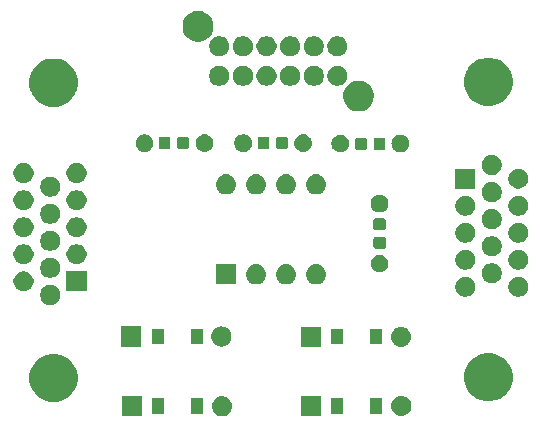
<source format=gbr>
G04 #@! TF.GenerationSoftware,KiCad,Pcbnew,(5.1.4)-1*
G04 #@! TF.CreationDate,2020-11-25T10:34:19+01:00*
G04 #@! TF.ProjectId,MonochromeVGA,4d6f6e6f-6368-4726-9f6d-655647412e6b,rev?*
G04 #@! TF.SameCoordinates,Original*
G04 #@! TF.FileFunction,Soldermask,Top*
G04 #@! TF.FilePolarity,Negative*
%FSLAX46Y46*%
G04 Gerber Fmt 4.6, Leading zero omitted, Abs format (unit mm)*
G04 Created by KiCad (PCBNEW (5.1.4)-1) date 2020-11-25 10:34:19*
%MOMM*%
%LPD*%
G04 APERTURE LIST*
%ADD10C,0.100000*%
G04 APERTURE END LIST*
D10*
G36*
X144516823Y-119281313D02*
G01*
X144647380Y-119320917D01*
X144671111Y-119328116D01*
X144677242Y-119329976D01*
X144768950Y-119378995D01*
X144825078Y-119408996D01*
X144954659Y-119515341D01*
X145061004Y-119644922D01*
X145061005Y-119644924D01*
X145140024Y-119792758D01*
X145188687Y-119953177D01*
X145205117Y-120120000D01*
X145188687Y-120286823D01*
X145140024Y-120447242D01*
X145077040Y-120565076D01*
X145061004Y-120595078D01*
X144954659Y-120724659D01*
X144825078Y-120831004D01*
X144825076Y-120831005D01*
X144677242Y-120910024D01*
X144516823Y-120958687D01*
X144391804Y-120971000D01*
X144308196Y-120971000D01*
X144183177Y-120958687D01*
X144022758Y-120910024D01*
X143874924Y-120831005D01*
X143874922Y-120831004D01*
X143745341Y-120724659D01*
X143638996Y-120595078D01*
X143622960Y-120565076D01*
X143559976Y-120447242D01*
X143511313Y-120286823D01*
X143494883Y-120120000D01*
X143511313Y-119953177D01*
X143559976Y-119792758D01*
X143638995Y-119644924D01*
X143638996Y-119644922D01*
X143745341Y-119515341D01*
X143874922Y-119408996D01*
X143931050Y-119378995D01*
X144022758Y-119329976D01*
X144028890Y-119328116D01*
X144052620Y-119320917D01*
X144183177Y-119281313D01*
X144308196Y-119269000D01*
X144391804Y-119269000D01*
X144516823Y-119281313D01*
X144516823Y-119281313D01*
G37*
G36*
X137581000Y-120971000D02*
G01*
X135879000Y-120971000D01*
X135879000Y-119269000D01*
X137581000Y-119269000D01*
X137581000Y-120971000D01*
X137581000Y-120971000D01*
G37*
G36*
X159696823Y-119251313D02*
G01*
X159857242Y-119299976D01*
X159989906Y-119370886D01*
X160005078Y-119378996D01*
X160134659Y-119485341D01*
X160241004Y-119614922D01*
X160241005Y-119614924D01*
X160320024Y-119762758D01*
X160368687Y-119923177D01*
X160385117Y-120090000D01*
X160368687Y-120256823D01*
X160320024Y-120417242D01*
X160249114Y-120549906D01*
X160241004Y-120565078D01*
X160134659Y-120694659D01*
X160005078Y-120801004D01*
X160005076Y-120801005D01*
X159857242Y-120880024D01*
X159696823Y-120928687D01*
X159571804Y-120941000D01*
X159488196Y-120941000D01*
X159363177Y-120928687D01*
X159202758Y-120880024D01*
X159054924Y-120801005D01*
X159054922Y-120801004D01*
X158925341Y-120694659D01*
X158818996Y-120565078D01*
X158810886Y-120549906D01*
X158739976Y-120417242D01*
X158691313Y-120256823D01*
X158674883Y-120090000D01*
X158691313Y-119923177D01*
X158739976Y-119762758D01*
X158818995Y-119614924D01*
X158818996Y-119614922D01*
X158925341Y-119485341D01*
X159054922Y-119378996D01*
X159070094Y-119370886D01*
X159202758Y-119299976D01*
X159363177Y-119251313D01*
X159488196Y-119239000D01*
X159571804Y-119239000D01*
X159696823Y-119251313D01*
X159696823Y-119251313D01*
G37*
G36*
X152761000Y-120941000D02*
G01*
X151059000Y-120941000D01*
X151059000Y-119239000D01*
X152761000Y-119239000D01*
X152761000Y-120941000D01*
X152761000Y-120941000D01*
G37*
G36*
X157911000Y-120741000D02*
G01*
X156909000Y-120741000D01*
X156909000Y-119439000D01*
X157911000Y-119439000D01*
X157911000Y-120741000D01*
X157911000Y-120741000D01*
G37*
G36*
X154611000Y-120741000D02*
G01*
X153609000Y-120741000D01*
X153609000Y-119439000D01*
X154611000Y-119439000D01*
X154611000Y-120741000D01*
X154611000Y-120741000D01*
G37*
G36*
X142721000Y-120741000D02*
G01*
X141719000Y-120741000D01*
X141719000Y-119439000D01*
X142721000Y-119439000D01*
X142721000Y-120741000D01*
X142721000Y-120741000D01*
G37*
G36*
X139421000Y-120741000D02*
G01*
X138419000Y-120741000D01*
X138419000Y-119439000D01*
X139421000Y-119439000D01*
X139421000Y-120741000D01*
X139421000Y-120741000D01*
G37*
G36*
X130688254Y-115762818D02*
G01*
X131061511Y-115917426D01*
X131061513Y-115917427D01*
X131397436Y-116141884D01*
X131683116Y-116427564D01*
X131860802Y-116693489D01*
X131907574Y-116763489D01*
X132062182Y-117136746D01*
X132141000Y-117532993D01*
X132141000Y-117937007D01*
X132062182Y-118333254D01*
X131936569Y-118636511D01*
X131907573Y-118706513D01*
X131683116Y-119042436D01*
X131397436Y-119328116D01*
X131061513Y-119552573D01*
X131061512Y-119552574D01*
X131061511Y-119552574D01*
X130688254Y-119707182D01*
X130292007Y-119786000D01*
X129887993Y-119786000D01*
X129491746Y-119707182D01*
X129118489Y-119552574D01*
X129118488Y-119552574D01*
X129118487Y-119552573D01*
X128782564Y-119328116D01*
X128496884Y-119042436D01*
X128272427Y-118706513D01*
X128243431Y-118636511D01*
X128117818Y-118333254D01*
X128039000Y-117937007D01*
X128039000Y-117532993D01*
X128117818Y-117136746D01*
X128272426Y-116763489D01*
X128319199Y-116693489D01*
X128496884Y-116427564D01*
X128782564Y-116141884D01*
X129118487Y-115917427D01*
X129118489Y-115917426D01*
X129491746Y-115762818D01*
X129887993Y-115684000D01*
X130292007Y-115684000D01*
X130688254Y-115762818D01*
X130688254Y-115762818D01*
G37*
G36*
X167498254Y-115692818D02*
G01*
X167667251Y-115762819D01*
X167871513Y-115847427D01*
X167976275Y-115917427D01*
X168207436Y-116071884D01*
X168493116Y-116357564D01*
X168717574Y-116693489D01*
X168872182Y-117066746D01*
X168951000Y-117462993D01*
X168951000Y-117867007D01*
X168872182Y-118263254D01*
X168717574Y-118636511D01*
X168717573Y-118636513D01*
X168493116Y-118972436D01*
X168207436Y-119258116D01*
X167871513Y-119482573D01*
X167871512Y-119482574D01*
X167871511Y-119482574D01*
X167498254Y-119637182D01*
X167102007Y-119716000D01*
X166697993Y-119716000D01*
X166301746Y-119637182D01*
X165928489Y-119482574D01*
X165928488Y-119482574D01*
X165928487Y-119482573D01*
X165592564Y-119258116D01*
X165306884Y-118972436D01*
X165082427Y-118636513D01*
X165082426Y-118636511D01*
X164927818Y-118263254D01*
X164849000Y-117867007D01*
X164849000Y-117462993D01*
X164927818Y-117066746D01*
X165082426Y-116693489D01*
X165306884Y-116357564D01*
X165592564Y-116071884D01*
X165823725Y-115917427D01*
X165928487Y-115847427D01*
X166132749Y-115762819D01*
X166301746Y-115692818D01*
X166697993Y-115614000D01*
X167102007Y-115614000D01*
X167498254Y-115692818D01*
X167498254Y-115692818D01*
G37*
G36*
X159676823Y-113411313D02*
G01*
X159837242Y-113459976D01*
X159928950Y-113508995D01*
X159985078Y-113538996D01*
X160114659Y-113645341D01*
X160221004Y-113774922D01*
X160221005Y-113774924D01*
X160300024Y-113922758D01*
X160348687Y-114083177D01*
X160365117Y-114250000D01*
X160348687Y-114416823D01*
X160300024Y-114577242D01*
X160237040Y-114695076D01*
X160221004Y-114725078D01*
X160114659Y-114854659D01*
X159985078Y-114961004D01*
X159985076Y-114961005D01*
X159837242Y-115040024D01*
X159676823Y-115088687D01*
X159551804Y-115101000D01*
X159468196Y-115101000D01*
X159343177Y-115088687D01*
X159182758Y-115040024D01*
X159034924Y-114961005D01*
X159034922Y-114961004D01*
X158905341Y-114854659D01*
X158798996Y-114725078D01*
X158782960Y-114695076D01*
X158719976Y-114577242D01*
X158671313Y-114416823D01*
X158654883Y-114250000D01*
X158671313Y-114083177D01*
X158719976Y-113922758D01*
X158798995Y-113774924D01*
X158798996Y-113774922D01*
X158905341Y-113645341D01*
X159034922Y-113538996D01*
X159091050Y-113508995D01*
X159182758Y-113459976D01*
X159343177Y-113411313D01*
X159468196Y-113399000D01*
X159551804Y-113399000D01*
X159676823Y-113411313D01*
X159676823Y-113411313D01*
G37*
G36*
X152741000Y-115101000D02*
G01*
X151039000Y-115101000D01*
X151039000Y-113399000D01*
X152741000Y-113399000D01*
X152741000Y-115101000D01*
X152741000Y-115101000D01*
G37*
G36*
X137531000Y-115071000D02*
G01*
X135829000Y-115071000D01*
X135829000Y-113369000D01*
X137531000Y-113369000D01*
X137531000Y-115071000D01*
X137531000Y-115071000D01*
G37*
G36*
X144466823Y-113381313D02*
G01*
X144627242Y-113429976D01*
X144759906Y-113500886D01*
X144775078Y-113508996D01*
X144904659Y-113615341D01*
X145011004Y-113744922D01*
X145011005Y-113744924D01*
X145090024Y-113892758D01*
X145138687Y-114053177D01*
X145155117Y-114220000D01*
X145138687Y-114386823D01*
X145090024Y-114547242D01*
X145019114Y-114679906D01*
X145011004Y-114695078D01*
X144904659Y-114824659D01*
X144775078Y-114931004D01*
X144775076Y-114931005D01*
X144627242Y-115010024D01*
X144466823Y-115058687D01*
X144341804Y-115071000D01*
X144258196Y-115071000D01*
X144133177Y-115058687D01*
X143972758Y-115010024D01*
X143824924Y-114931005D01*
X143824922Y-114931004D01*
X143695341Y-114824659D01*
X143588996Y-114695078D01*
X143580886Y-114679906D01*
X143509976Y-114547242D01*
X143461313Y-114386823D01*
X143444883Y-114220000D01*
X143461313Y-114053177D01*
X143509976Y-113892758D01*
X143588995Y-113744924D01*
X143588996Y-113744922D01*
X143695341Y-113615341D01*
X143824922Y-113508996D01*
X143840094Y-113500886D01*
X143972758Y-113429976D01*
X144133177Y-113381313D01*
X144258196Y-113369000D01*
X144341804Y-113369000D01*
X144466823Y-113381313D01*
X144466823Y-113381313D01*
G37*
G36*
X142741000Y-114871000D02*
G01*
X141739000Y-114871000D01*
X141739000Y-113569000D01*
X142741000Y-113569000D01*
X142741000Y-114871000D01*
X142741000Y-114871000D01*
G37*
G36*
X139441000Y-114871000D02*
G01*
X138439000Y-114871000D01*
X138439000Y-113569000D01*
X139441000Y-113569000D01*
X139441000Y-114871000D01*
X139441000Y-114871000D01*
G37*
G36*
X157871000Y-114851000D02*
G01*
X156869000Y-114851000D01*
X156869000Y-113549000D01*
X157871000Y-113549000D01*
X157871000Y-114851000D01*
X157871000Y-114851000D01*
G37*
G36*
X154571000Y-114851000D02*
G01*
X153569000Y-114851000D01*
X153569000Y-113549000D01*
X154571000Y-113549000D01*
X154571000Y-114851000D01*
X154571000Y-114851000D01*
G37*
G36*
X130053228Y-109876703D02*
G01*
X130208100Y-109940853D01*
X130347481Y-110033985D01*
X130466015Y-110152519D01*
X130559147Y-110291900D01*
X130623297Y-110446772D01*
X130656000Y-110611184D01*
X130656000Y-110778816D01*
X130623297Y-110943228D01*
X130559147Y-111098100D01*
X130466015Y-111237481D01*
X130347481Y-111356015D01*
X130208100Y-111449147D01*
X130053228Y-111513297D01*
X129888816Y-111546000D01*
X129721184Y-111546000D01*
X129556772Y-111513297D01*
X129401900Y-111449147D01*
X129262519Y-111356015D01*
X129143985Y-111237481D01*
X129050853Y-111098100D01*
X128986703Y-110943228D01*
X128954000Y-110778816D01*
X128954000Y-110611184D01*
X128986703Y-110446772D01*
X129050853Y-110291900D01*
X129143985Y-110152519D01*
X129262519Y-110033985D01*
X129401900Y-109940853D01*
X129556772Y-109876703D01*
X129721184Y-109844000D01*
X129888816Y-109844000D01*
X130053228Y-109876703D01*
X130053228Y-109876703D01*
G37*
G36*
X169688228Y-109191703D02*
G01*
X169843100Y-109255853D01*
X169982481Y-109348985D01*
X170101015Y-109467519D01*
X170194147Y-109606900D01*
X170258297Y-109761772D01*
X170291000Y-109926184D01*
X170291000Y-110093816D01*
X170258297Y-110258228D01*
X170194147Y-110413100D01*
X170101015Y-110552481D01*
X169982481Y-110671015D01*
X169843100Y-110764147D01*
X169688228Y-110828297D01*
X169523816Y-110861000D01*
X169356184Y-110861000D01*
X169191772Y-110828297D01*
X169036900Y-110764147D01*
X168897519Y-110671015D01*
X168778985Y-110552481D01*
X168685853Y-110413100D01*
X168621703Y-110258228D01*
X168589000Y-110093816D01*
X168589000Y-109926184D01*
X168621703Y-109761772D01*
X168685853Y-109606900D01*
X168778985Y-109467519D01*
X168897519Y-109348985D01*
X169036900Y-109255853D01*
X169191772Y-109191703D01*
X169356184Y-109159000D01*
X169523816Y-109159000D01*
X169688228Y-109191703D01*
X169688228Y-109191703D01*
G37*
G36*
X165203228Y-109191703D02*
G01*
X165358100Y-109255853D01*
X165497481Y-109348985D01*
X165616015Y-109467519D01*
X165709147Y-109606900D01*
X165773297Y-109761772D01*
X165806000Y-109926184D01*
X165806000Y-110093816D01*
X165773297Y-110258228D01*
X165709147Y-110413100D01*
X165616015Y-110552481D01*
X165497481Y-110671015D01*
X165358100Y-110764147D01*
X165203228Y-110828297D01*
X165038816Y-110861000D01*
X164871184Y-110861000D01*
X164706772Y-110828297D01*
X164551900Y-110764147D01*
X164412519Y-110671015D01*
X164293985Y-110552481D01*
X164200853Y-110413100D01*
X164136703Y-110258228D01*
X164104000Y-110093816D01*
X164104000Y-109926184D01*
X164136703Y-109761772D01*
X164200853Y-109606900D01*
X164293985Y-109467519D01*
X164412519Y-109348985D01*
X164551900Y-109255853D01*
X164706772Y-109191703D01*
X164871184Y-109159000D01*
X165038816Y-109159000D01*
X165203228Y-109191703D01*
X165203228Y-109191703D01*
G37*
G36*
X127798228Y-108731703D02*
G01*
X127953100Y-108795853D01*
X128092481Y-108888985D01*
X128211015Y-109007519D01*
X128304147Y-109146900D01*
X128368297Y-109301772D01*
X128401000Y-109466184D01*
X128401000Y-109633816D01*
X128368297Y-109798228D01*
X128304147Y-109953100D01*
X128211015Y-110092481D01*
X128092481Y-110211015D01*
X127953100Y-110304147D01*
X127798228Y-110368297D01*
X127633816Y-110401000D01*
X127466184Y-110401000D01*
X127301772Y-110368297D01*
X127146900Y-110304147D01*
X127007519Y-110211015D01*
X126888985Y-110092481D01*
X126795853Y-109953100D01*
X126731703Y-109798228D01*
X126699000Y-109633816D01*
X126699000Y-109466184D01*
X126731703Y-109301772D01*
X126795853Y-109146900D01*
X126888985Y-109007519D01*
X127007519Y-108888985D01*
X127146900Y-108795853D01*
X127301772Y-108731703D01*
X127466184Y-108699000D01*
X127633816Y-108699000D01*
X127798228Y-108731703D01*
X127798228Y-108731703D01*
G37*
G36*
X132886000Y-110401000D02*
G01*
X131184000Y-110401000D01*
X131184000Y-108699000D01*
X132886000Y-108699000D01*
X132886000Y-110401000D01*
X132886000Y-110401000D01*
G37*
G36*
X152476823Y-108121313D02*
G01*
X152637242Y-108169976D01*
X152700868Y-108203985D01*
X152785078Y-108248996D01*
X152914659Y-108355341D01*
X153021004Y-108484922D01*
X153021005Y-108484924D01*
X153100024Y-108632758D01*
X153148687Y-108793177D01*
X153165117Y-108960000D01*
X153148687Y-109126823D01*
X153100024Y-109287242D01*
X153035755Y-109407480D01*
X153021004Y-109435078D01*
X152914659Y-109564659D01*
X152785078Y-109671004D01*
X152785076Y-109671005D01*
X152637242Y-109750024D01*
X152476823Y-109798687D01*
X152351804Y-109811000D01*
X152268196Y-109811000D01*
X152143177Y-109798687D01*
X151982758Y-109750024D01*
X151834924Y-109671005D01*
X151834922Y-109671004D01*
X151705341Y-109564659D01*
X151598996Y-109435078D01*
X151584245Y-109407480D01*
X151519976Y-109287242D01*
X151471313Y-109126823D01*
X151454883Y-108960000D01*
X151471313Y-108793177D01*
X151519976Y-108632758D01*
X151598995Y-108484924D01*
X151598996Y-108484922D01*
X151705341Y-108355341D01*
X151834922Y-108248996D01*
X151919132Y-108203985D01*
X151982758Y-108169976D01*
X152143177Y-108121313D01*
X152268196Y-108109000D01*
X152351804Y-108109000D01*
X152476823Y-108121313D01*
X152476823Y-108121313D01*
G37*
G36*
X145541000Y-109811000D02*
G01*
X143839000Y-109811000D01*
X143839000Y-108109000D01*
X145541000Y-108109000D01*
X145541000Y-109811000D01*
X145541000Y-109811000D01*
G37*
G36*
X149936823Y-108121313D02*
G01*
X150097242Y-108169976D01*
X150160868Y-108203985D01*
X150245078Y-108248996D01*
X150374659Y-108355341D01*
X150481004Y-108484922D01*
X150481005Y-108484924D01*
X150560024Y-108632758D01*
X150608687Y-108793177D01*
X150625117Y-108960000D01*
X150608687Y-109126823D01*
X150560024Y-109287242D01*
X150495755Y-109407480D01*
X150481004Y-109435078D01*
X150374659Y-109564659D01*
X150245078Y-109671004D01*
X150245076Y-109671005D01*
X150097242Y-109750024D01*
X149936823Y-109798687D01*
X149811804Y-109811000D01*
X149728196Y-109811000D01*
X149603177Y-109798687D01*
X149442758Y-109750024D01*
X149294924Y-109671005D01*
X149294922Y-109671004D01*
X149165341Y-109564659D01*
X149058996Y-109435078D01*
X149044245Y-109407480D01*
X148979976Y-109287242D01*
X148931313Y-109126823D01*
X148914883Y-108960000D01*
X148931313Y-108793177D01*
X148979976Y-108632758D01*
X149058995Y-108484924D01*
X149058996Y-108484922D01*
X149165341Y-108355341D01*
X149294922Y-108248996D01*
X149379132Y-108203985D01*
X149442758Y-108169976D01*
X149603177Y-108121313D01*
X149728196Y-108109000D01*
X149811804Y-108109000D01*
X149936823Y-108121313D01*
X149936823Y-108121313D01*
G37*
G36*
X147396823Y-108121313D02*
G01*
X147557242Y-108169976D01*
X147620868Y-108203985D01*
X147705078Y-108248996D01*
X147834659Y-108355341D01*
X147941004Y-108484922D01*
X147941005Y-108484924D01*
X148020024Y-108632758D01*
X148068687Y-108793177D01*
X148085117Y-108960000D01*
X148068687Y-109126823D01*
X148020024Y-109287242D01*
X147955755Y-109407480D01*
X147941004Y-109435078D01*
X147834659Y-109564659D01*
X147705078Y-109671004D01*
X147705076Y-109671005D01*
X147557242Y-109750024D01*
X147396823Y-109798687D01*
X147271804Y-109811000D01*
X147188196Y-109811000D01*
X147063177Y-109798687D01*
X146902758Y-109750024D01*
X146754924Y-109671005D01*
X146754922Y-109671004D01*
X146625341Y-109564659D01*
X146518996Y-109435078D01*
X146504245Y-109407480D01*
X146439976Y-109287242D01*
X146391313Y-109126823D01*
X146374883Y-108960000D01*
X146391313Y-108793177D01*
X146439976Y-108632758D01*
X146518995Y-108484924D01*
X146518996Y-108484922D01*
X146625341Y-108355341D01*
X146754922Y-108248996D01*
X146839132Y-108203985D01*
X146902758Y-108169976D01*
X147063177Y-108121313D01*
X147188196Y-108109000D01*
X147271804Y-108109000D01*
X147396823Y-108121313D01*
X147396823Y-108121313D01*
G37*
G36*
X167433228Y-108046703D02*
G01*
X167588100Y-108110853D01*
X167727481Y-108203985D01*
X167846015Y-108322519D01*
X167939147Y-108461900D01*
X168003297Y-108616772D01*
X168036000Y-108781184D01*
X168036000Y-108948816D01*
X168003297Y-109113228D01*
X167939147Y-109268100D01*
X167846015Y-109407481D01*
X167727481Y-109526015D01*
X167588100Y-109619147D01*
X167433228Y-109683297D01*
X167268816Y-109716000D01*
X167101184Y-109716000D01*
X166936772Y-109683297D01*
X166781900Y-109619147D01*
X166642519Y-109526015D01*
X166523985Y-109407481D01*
X166430853Y-109268100D01*
X166366703Y-109113228D01*
X166334000Y-108948816D01*
X166334000Y-108781184D01*
X166366703Y-108616772D01*
X166430853Y-108461900D01*
X166523985Y-108322519D01*
X166642519Y-108203985D01*
X166781900Y-108110853D01*
X166936772Y-108046703D01*
X167101184Y-108014000D01*
X167268816Y-108014000D01*
X167433228Y-108046703D01*
X167433228Y-108046703D01*
G37*
G36*
X130053228Y-107586703D02*
G01*
X130208100Y-107650853D01*
X130347481Y-107743985D01*
X130466015Y-107862519D01*
X130559147Y-108001900D01*
X130623297Y-108156772D01*
X130656000Y-108321184D01*
X130656000Y-108488816D01*
X130623297Y-108653228D01*
X130559147Y-108808100D01*
X130466015Y-108947481D01*
X130347481Y-109066015D01*
X130208100Y-109159147D01*
X130053228Y-109223297D01*
X129888816Y-109256000D01*
X129721184Y-109256000D01*
X129556772Y-109223297D01*
X129401900Y-109159147D01*
X129262519Y-109066015D01*
X129143985Y-108947481D01*
X129050853Y-108808100D01*
X128986703Y-108653228D01*
X128954000Y-108488816D01*
X128954000Y-108321184D01*
X128986703Y-108156772D01*
X129050853Y-108001900D01*
X129143985Y-107862519D01*
X129262519Y-107743985D01*
X129401900Y-107650853D01*
X129556772Y-107586703D01*
X129721184Y-107554000D01*
X129888816Y-107554000D01*
X130053228Y-107586703D01*
X130053228Y-107586703D01*
G37*
G36*
X157909059Y-107307860D02*
G01*
X158045732Y-107364472D01*
X158168735Y-107446660D01*
X158273340Y-107551265D01*
X158355528Y-107674268D01*
X158355529Y-107674270D01*
X158412140Y-107810941D01*
X158441000Y-107956032D01*
X158441000Y-108103968D01*
X158412140Y-108249059D01*
X158368117Y-108355341D01*
X158355528Y-108385732D01*
X158273340Y-108508735D01*
X158168735Y-108613340D01*
X158045732Y-108695528D01*
X158045731Y-108695529D01*
X158045730Y-108695529D01*
X157909059Y-108752140D01*
X157763968Y-108781000D01*
X157616032Y-108781000D01*
X157470941Y-108752140D01*
X157334270Y-108695529D01*
X157334269Y-108695529D01*
X157334268Y-108695528D01*
X157211265Y-108613340D01*
X157106660Y-108508735D01*
X157024472Y-108385732D01*
X157011884Y-108355341D01*
X156967860Y-108249059D01*
X156939000Y-108103968D01*
X156939000Y-107956032D01*
X156967860Y-107810941D01*
X157024471Y-107674270D01*
X157024472Y-107674268D01*
X157106660Y-107551265D01*
X157211265Y-107446660D01*
X157334268Y-107364472D01*
X157470941Y-107307860D01*
X157616032Y-107279000D01*
X157763968Y-107279000D01*
X157909059Y-107307860D01*
X157909059Y-107307860D01*
G37*
G36*
X165203228Y-106901703D02*
G01*
X165358100Y-106965853D01*
X165497481Y-107058985D01*
X165616015Y-107177519D01*
X165709147Y-107316900D01*
X165773297Y-107471772D01*
X165806000Y-107636184D01*
X165806000Y-107803816D01*
X165773297Y-107968228D01*
X165709147Y-108123100D01*
X165616015Y-108262481D01*
X165497481Y-108381015D01*
X165358100Y-108474147D01*
X165203228Y-108538297D01*
X165038816Y-108571000D01*
X164871184Y-108571000D01*
X164706772Y-108538297D01*
X164551900Y-108474147D01*
X164412519Y-108381015D01*
X164293985Y-108262481D01*
X164200853Y-108123100D01*
X164136703Y-107968228D01*
X164104000Y-107803816D01*
X164104000Y-107636184D01*
X164136703Y-107471772D01*
X164200853Y-107316900D01*
X164293985Y-107177519D01*
X164412519Y-107058985D01*
X164551900Y-106965853D01*
X164706772Y-106901703D01*
X164871184Y-106869000D01*
X165038816Y-106869000D01*
X165203228Y-106901703D01*
X165203228Y-106901703D01*
G37*
G36*
X169688228Y-106901703D02*
G01*
X169843100Y-106965853D01*
X169982481Y-107058985D01*
X170101015Y-107177519D01*
X170194147Y-107316900D01*
X170258297Y-107471772D01*
X170291000Y-107636184D01*
X170291000Y-107803816D01*
X170258297Y-107968228D01*
X170194147Y-108123100D01*
X170101015Y-108262481D01*
X169982481Y-108381015D01*
X169843100Y-108474147D01*
X169688228Y-108538297D01*
X169523816Y-108571000D01*
X169356184Y-108571000D01*
X169191772Y-108538297D01*
X169036900Y-108474147D01*
X168897519Y-108381015D01*
X168778985Y-108262481D01*
X168685853Y-108123100D01*
X168621703Y-107968228D01*
X168589000Y-107803816D01*
X168589000Y-107636184D01*
X168621703Y-107471772D01*
X168685853Y-107316900D01*
X168778985Y-107177519D01*
X168897519Y-107058985D01*
X169036900Y-106965853D01*
X169191772Y-106901703D01*
X169356184Y-106869000D01*
X169523816Y-106869000D01*
X169688228Y-106901703D01*
X169688228Y-106901703D01*
G37*
G36*
X132283228Y-106441703D02*
G01*
X132438100Y-106505853D01*
X132577481Y-106598985D01*
X132696015Y-106717519D01*
X132789147Y-106856900D01*
X132853297Y-107011772D01*
X132886000Y-107176184D01*
X132886000Y-107343816D01*
X132853297Y-107508228D01*
X132789147Y-107663100D01*
X132696015Y-107802481D01*
X132577481Y-107921015D01*
X132438100Y-108014147D01*
X132283228Y-108078297D01*
X132118816Y-108111000D01*
X131951184Y-108111000D01*
X131786772Y-108078297D01*
X131631900Y-108014147D01*
X131492519Y-107921015D01*
X131373985Y-107802481D01*
X131280853Y-107663100D01*
X131216703Y-107508228D01*
X131184000Y-107343816D01*
X131184000Y-107176184D01*
X131216703Y-107011772D01*
X131280853Y-106856900D01*
X131373985Y-106717519D01*
X131492519Y-106598985D01*
X131631900Y-106505853D01*
X131786772Y-106441703D01*
X131951184Y-106409000D01*
X132118816Y-106409000D01*
X132283228Y-106441703D01*
X132283228Y-106441703D01*
G37*
G36*
X127798228Y-106441703D02*
G01*
X127953100Y-106505853D01*
X128092481Y-106598985D01*
X128211015Y-106717519D01*
X128304147Y-106856900D01*
X128368297Y-107011772D01*
X128401000Y-107176184D01*
X128401000Y-107343816D01*
X128368297Y-107508228D01*
X128304147Y-107663100D01*
X128211015Y-107802481D01*
X128092481Y-107921015D01*
X127953100Y-108014147D01*
X127798228Y-108078297D01*
X127633816Y-108111000D01*
X127466184Y-108111000D01*
X127301772Y-108078297D01*
X127146900Y-108014147D01*
X127007519Y-107921015D01*
X126888985Y-107802481D01*
X126795853Y-107663100D01*
X126731703Y-107508228D01*
X126699000Y-107343816D01*
X126699000Y-107176184D01*
X126731703Y-107011772D01*
X126795853Y-106856900D01*
X126888985Y-106717519D01*
X127007519Y-106598985D01*
X127146900Y-106505853D01*
X127301772Y-106441703D01*
X127466184Y-106409000D01*
X127633816Y-106409000D01*
X127798228Y-106441703D01*
X127798228Y-106441703D01*
G37*
G36*
X167433228Y-105756703D02*
G01*
X167588100Y-105820853D01*
X167727481Y-105913985D01*
X167846015Y-106032519D01*
X167939147Y-106171900D01*
X168003297Y-106326772D01*
X168036000Y-106491184D01*
X168036000Y-106658816D01*
X168003297Y-106823228D01*
X167939147Y-106978100D01*
X167846015Y-107117481D01*
X167727481Y-107236015D01*
X167588100Y-107329147D01*
X167433228Y-107393297D01*
X167268816Y-107426000D01*
X167101184Y-107426000D01*
X166936772Y-107393297D01*
X166781900Y-107329147D01*
X166642519Y-107236015D01*
X166523985Y-107117481D01*
X166430853Y-106978100D01*
X166366703Y-106823228D01*
X166334000Y-106658816D01*
X166334000Y-106491184D01*
X166366703Y-106326772D01*
X166430853Y-106171900D01*
X166523985Y-106032519D01*
X166642519Y-105913985D01*
X166781900Y-105820853D01*
X166936772Y-105756703D01*
X167101184Y-105724000D01*
X167268816Y-105724000D01*
X167433228Y-105756703D01*
X167433228Y-105756703D01*
G37*
G36*
X130053228Y-105296703D02*
G01*
X130208100Y-105360853D01*
X130347481Y-105453985D01*
X130466015Y-105572519D01*
X130559147Y-105711900D01*
X130623297Y-105866772D01*
X130656000Y-106031184D01*
X130656000Y-106198816D01*
X130623297Y-106363228D01*
X130559147Y-106518100D01*
X130466015Y-106657481D01*
X130347481Y-106776015D01*
X130208100Y-106869147D01*
X130053228Y-106933297D01*
X129888816Y-106966000D01*
X129721184Y-106966000D01*
X129556772Y-106933297D01*
X129401900Y-106869147D01*
X129262519Y-106776015D01*
X129143985Y-106657481D01*
X129050853Y-106518100D01*
X128986703Y-106363228D01*
X128954000Y-106198816D01*
X128954000Y-106031184D01*
X128986703Y-105866772D01*
X129050853Y-105711900D01*
X129143985Y-105572519D01*
X129262519Y-105453985D01*
X129401900Y-105360853D01*
X129556772Y-105296703D01*
X129721184Y-105264000D01*
X129888816Y-105264000D01*
X130053228Y-105296703D01*
X130053228Y-105296703D01*
G37*
G36*
X158079591Y-105803085D02*
G01*
X158113569Y-105813393D01*
X158144890Y-105830134D01*
X158172339Y-105852661D01*
X158194866Y-105880110D01*
X158211607Y-105911431D01*
X158221915Y-105945409D01*
X158226000Y-105986890D01*
X158226000Y-106588110D01*
X158221915Y-106629591D01*
X158211607Y-106663569D01*
X158194866Y-106694890D01*
X158172339Y-106722339D01*
X158144890Y-106744866D01*
X158113569Y-106761607D01*
X158079591Y-106771915D01*
X158038110Y-106776000D01*
X157361890Y-106776000D01*
X157320409Y-106771915D01*
X157286431Y-106761607D01*
X157255110Y-106744866D01*
X157227661Y-106722339D01*
X157205134Y-106694890D01*
X157188393Y-106663569D01*
X157178085Y-106629591D01*
X157174000Y-106588110D01*
X157174000Y-105986890D01*
X157178085Y-105945409D01*
X157188393Y-105911431D01*
X157205134Y-105880110D01*
X157227661Y-105852661D01*
X157255110Y-105830134D01*
X157286431Y-105813393D01*
X157320409Y-105803085D01*
X157361890Y-105799000D01*
X158038110Y-105799000D01*
X158079591Y-105803085D01*
X158079591Y-105803085D01*
G37*
G36*
X169688228Y-104611703D02*
G01*
X169843100Y-104675853D01*
X169982481Y-104768985D01*
X170101015Y-104887519D01*
X170194147Y-105026900D01*
X170258297Y-105181772D01*
X170291000Y-105346184D01*
X170291000Y-105513816D01*
X170258297Y-105678228D01*
X170194147Y-105833100D01*
X170101015Y-105972481D01*
X169982481Y-106091015D01*
X169843100Y-106184147D01*
X169688228Y-106248297D01*
X169523816Y-106281000D01*
X169356184Y-106281000D01*
X169191772Y-106248297D01*
X169036900Y-106184147D01*
X168897519Y-106091015D01*
X168778985Y-105972481D01*
X168685853Y-105833100D01*
X168621703Y-105678228D01*
X168589000Y-105513816D01*
X168589000Y-105346184D01*
X168621703Y-105181772D01*
X168685853Y-105026900D01*
X168778985Y-104887519D01*
X168897519Y-104768985D01*
X169036900Y-104675853D01*
X169191772Y-104611703D01*
X169356184Y-104579000D01*
X169523816Y-104579000D01*
X169688228Y-104611703D01*
X169688228Y-104611703D01*
G37*
G36*
X165203228Y-104611703D02*
G01*
X165358100Y-104675853D01*
X165497481Y-104768985D01*
X165616015Y-104887519D01*
X165709147Y-105026900D01*
X165773297Y-105181772D01*
X165806000Y-105346184D01*
X165806000Y-105513816D01*
X165773297Y-105678228D01*
X165709147Y-105833100D01*
X165616015Y-105972481D01*
X165497481Y-106091015D01*
X165358100Y-106184147D01*
X165203228Y-106248297D01*
X165038816Y-106281000D01*
X164871184Y-106281000D01*
X164706772Y-106248297D01*
X164551900Y-106184147D01*
X164412519Y-106091015D01*
X164293985Y-105972481D01*
X164200853Y-105833100D01*
X164136703Y-105678228D01*
X164104000Y-105513816D01*
X164104000Y-105346184D01*
X164136703Y-105181772D01*
X164200853Y-105026900D01*
X164293985Y-104887519D01*
X164412519Y-104768985D01*
X164551900Y-104675853D01*
X164706772Y-104611703D01*
X164871184Y-104579000D01*
X165038816Y-104579000D01*
X165203228Y-104611703D01*
X165203228Y-104611703D01*
G37*
G36*
X132283228Y-104151703D02*
G01*
X132438100Y-104215853D01*
X132577481Y-104308985D01*
X132696015Y-104427519D01*
X132789147Y-104566900D01*
X132853297Y-104721772D01*
X132886000Y-104886184D01*
X132886000Y-105053816D01*
X132853297Y-105218228D01*
X132789147Y-105373100D01*
X132696015Y-105512481D01*
X132577481Y-105631015D01*
X132438100Y-105724147D01*
X132283228Y-105788297D01*
X132118816Y-105821000D01*
X131951184Y-105821000D01*
X131786772Y-105788297D01*
X131631900Y-105724147D01*
X131492519Y-105631015D01*
X131373985Y-105512481D01*
X131280853Y-105373100D01*
X131216703Y-105218228D01*
X131184000Y-105053816D01*
X131184000Y-104886184D01*
X131216703Y-104721772D01*
X131280853Y-104566900D01*
X131373985Y-104427519D01*
X131492519Y-104308985D01*
X131631900Y-104215853D01*
X131786772Y-104151703D01*
X131951184Y-104119000D01*
X132118816Y-104119000D01*
X132283228Y-104151703D01*
X132283228Y-104151703D01*
G37*
G36*
X127798228Y-104151703D02*
G01*
X127953100Y-104215853D01*
X128092481Y-104308985D01*
X128211015Y-104427519D01*
X128304147Y-104566900D01*
X128368297Y-104721772D01*
X128401000Y-104886184D01*
X128401000Y-105053816D01*
X128368297Y-105218228D01*
X128304147Y-105373100D01*
X128211015Y-105512481D01*
X128092481Y-105631015D01*
X127953100Y-105724147D01*
X127798228Y-105788297D01*
X127633816Y-105821000D01*
X127466184Y-105821000D01*
X127301772Y-105788297D01*
X127146900Y-105724147D01*
X127007519Y-105631015D01*
X126888985Y-105512481D01*
X126795853Y-105373100D01*
X126731703Y-105218228D01*
X126699000Y-105053816D01*
X126699000Y-104886184D01*
X126731703Y-104721772D01*
X126795853Y-104566900D01*
X126888985Y-104427519D01*
X127007519Y-104308985D01*
X127146900Y-104215853D01*
X127301772Y-104151703D01*
X127466184Y-104119000D01*
X127633816Y-104119000D01*
X127798228Y-104151703D01*
X127798228Y-104151703D01*
G37*
G36*
X158079591Y-104228085D02*
G01*
X158113569Y-104238393D01*
X158144890Y-104255134D01*
X158172339Y-104277661D01*
X158194866Y-104305110D01*
X158211607Y-104336431D01*
X158221915Y-104370409D01*
X158226000Y-104411890D01*
X158226000Y-105013110D01*
X158221915Y-105054591D01*
X158211607Y-105088569D01*
X158194866Y-105119890D01*
X158172339Y-105147339D01*
X158144890Y-105169866D01*
X158113569Y-105186607D01*
X158079591Y-105196915D01*
X158038110Y-105201000D01*
X157361890Y-105201000D01*
X157320409Y-105196915D01*
X157286431Y-105186607D01*
X157255110Y-105169866D01*
X157227661Y-105147339D01*
X157205134Y-105119890D01*
X157188393Y-105088569D01*
X157178085Y-105054591D01*
X157174000Y-105013110D01*
X157174000Y-104411890D01*
X157178085Y-104370409D01*
X157188393Y-104336431D01*
X157205134Y-104305110D01*
X157227661Y-104277661D01*
X157255110Y-104255134D01*
X157286431Y-104238393D01*
X157320409Y-104228085D01*
X157361890Y-104224000D01*
X158038110Y-104224000D01*
X158079591Y-104228085D01*
X158079591Y-104228085D01*
G37*
G36*
X167433228Y-103466703D02*
G01*
X167588100Y-103530853D01*
X167727481Y-103623985D01*
X167846015Y-103742519D01*
X167939147Y-103881900D01*
X168003297Y-104036772D01*
X168036000Y-104201184D01*
X168036000Y-104368816D01*
X168003297Y-104533228D01*
X167939147Y-104688100D01*
X167846015Y-104827481D01*
X167727481Y-104946015D01*
X167588100Y-105039147D01*
X167433228Y-105103297D01*
X167268816Y-105136000D01*
X167101184Y-105136000D01*
X166936772Y-105103297D01*
X166781900Y-105039147D01*
X166642519Y-104946015D01*
X166523985Y-104827481D01*
X166430853Y-104688100D01*
X166366703Y-104533228D01*
X166334000Y-104368816D01*
X166334000Y-104201184D01*
X166366703Y-104036772D01*
X166430853Y-103881900D01*
X166523985Y-103742519D01*
X166642519Y-103623985D01*
X166781900Y-103530853D01*
X166936772Y-103466703D01*
X167101184Y-103434000D01*
X167268816Y-103434000D01*
X167433228Y-103466703D01*
X167433228Y-103466703D01*
G37*
G36*
X130053228Y-103006703D02*
G01*
X130208100Y-103070853D01*
X130347481Y-103163985D01*
X130466015Y-103282519D01*
X130559147Y-103421900D01*
X130623297Y-103576772D01*
X130656000Y-103741184D01*
X130656000Y-103908816D01*
X130623297Y-104073228D01*
X130559147Y-104228100D01*
X130466015Y-104367481D01*
X130347481Y-104486015D01*
X130208100Y-104579147D01*
X130053228Y-104643297D01*
X129888816Y-104676000D01*
X129721184Y-104676000D01*
X129556772Y-104643297D01*
X129401900Y-104579147D01*
X129262519Y-104486015D01*
X129143985Y-104367481D01*
X129050853Y-104228100D01*
X128986703Y-104073228D01*
X128954000Y-103908816D01*
X128954000Y-103741184D01*
X128986703Y-103576772D01*
X129050853Y-103421900D01*
X129143985Y-103282519D01*
X129262519Y-103163985D01*
X129401900Y-103070853D01*
X129556772Y-103006703D01*
X129721184Y-102974000D01*
X129888816Y-102974000D01*
X130053228Y-103006703D01*
X130053228Y-103006703D01*
G37*
G36*
X165203228Y-102321703D02*
G01*
X165358100Y-102385853D01*
X165497481Y-102478985D01*
X165616015Y-102597519D01*
X165709147Y-102736900D01*
X165773297Y-102891772D01*
X165806000Y-103056184D01*
X165806000Y-103223816D01*
X165773297Y-103388228D01*
X165709147Y-103543100D01*
X165616015Y-103682481D01*
X165497481Y-103801015D01*
X165358100Y-103894147D01*
X165203228Y-103958297D01*
X165038816Y-103991000D01*
X164871184Y-103991000D01*
X164706772Y-103958297D01*
X164551900Y-103894147D01*
X164412519Y-103801015D01*
X164293985Y-103682481D01*
X164200853Y-103543100D01*
X164136703Y-103388228D01*
X164104000Y-103223816D01*
X164104000Y-103056184D01*
X164136703Y-102891772D01*
X164200853Y-102736900D01*
X164293985Y-102597519D01*
X164412519Y-102478985D01*
X164551900Y-102385853D01*
X164706772Y-102321703D01*
X164871184Y-102289000D01*
X165038816Y-102289000D01*
X165203228Y-102321703D01*
X165203228Y-102321703D01*
G37*
G36*
X169688228Y-102321703D02*
G01*
X169843100Y-102385853D01*
X169982481Y-102478985D01*
X170101015Y-102597519D01*
X170194147Y-102736900D01*
X170258297Y-102891772D01*
X170291000Y-103056184D01*
X170291000Y-103223816D01*
X170258297Y-103388228D01*
X170194147Y-103543100D01*
X170101015Y-103682481D01*
X169982481Y-103801015D01*
X169843100Y-103894147D01*
X169688228Y-103958297D01*
X169523816Y-103991000D01*
X169356184Y-103991000D01*
X169191772Y-103958297D01*
X169036900Y-103894147D01*
X168897519Y-103801015D01*
X168778985Y-103682481D01*
X168685853Y-103543100D01*
X168621703Y-103388228D01*
X168589000Y-103223816D01*
X168589000Y-103056184D01*
X168621703Y-102891772D01*
X168685853Y-102736900D01*
X168778985Y-102597519D01*
X168897519Y-102478985D01*
X169036900Y-102385853D01*
X169191772Y-102321703D01*
X169356184Y-102289000D01*
X169523816Y-102289000D01*
X169688228Y-102321703D01*
X169688228Y-102321703D01*
G37*
G36*
X157763665Y-102202622D02*
G01*
X157837222Y-102209867D01*
X157978786Y-102252810D01*
X158109252Y-102322546D01*
X158139040Y-102346992D01*
X158223607Y-102416393D01*
X158293008Y-102500960D01*
X158317454Y-102530748D01*
X158387190Y-102661214D01*
X158430133Y-102802778D01*
X158444633Y-102950000D01*
X158430133Y-103097222D01*
X158387190Y-103238786D01*
X158317454Y-103369252D01*
X158301881Y-103388228D01*
X158223607Y-103483607D01*
X158139040Y-103553008D01*
X158109252Y-103577454D01*
X157978786Y-103647190D01*
X157837222Y-103690133D01*
X157763665Y-103697378D01*
X157726888Y-103701000D01*
X157653112Y-103701000D01*
X157616335Y-103697378D01*
X157542778Y-103690133D01*
X157401214Y-103647190D01*
X157270748Y-103577454D01*
X157240960Y-103553008D01*
X157156393Y-103483607D01*
X157078119Y-103388228D01*
X157062546Y-103369252D01*
X156992810Y-103238786D01*
X156949867Y-103097222D01*
X156935367Y-102950000D01*
X156949867Y-102802778D01*
X156992810Y-102661214D01*
X157062546Y-102530748D01*
X157086992Y-102500960D01*
X157156393Y-102416393D01*
X157240960Y-102346992D01*
X157270748Y-102322546D01*
X157401214Y-102252810D01*
X157542778Y-102209867D01*
X157616335Y-102202622D01*
X157653112Y-102199000D01*
X157726888Y-102199000D01*
X157763665Y-102202622D01*
X157763665Y-102202622D01*
G37*
G36*
X132283228Y-101861703D02*
G01*
X132438100Y-101925853D01*
X132577481Y-102018985D01*
X132696015Y-102137519D01*
X132789147Y-102276900D01*
X132853297Y-102431772D01*
X132886000Y-102596184D01*
X132886000Y-102763816D01*
X132853297Y-102928228D01*
X132789147Y-103083100D01*
X132696015Y-103222481D01*
X132577481Y-103341015D01*
X132438100Y-103434147D01*
X132283228Y-103498297D01*
X132118816Y-103531000D01*
X131951184Y-103531000D01*
X131786772Y-103498297D01*
X131631900Y-103434147D01*
X131492519Y-103341015D01*
X131373985Y-103222481D01*
X131280853Y-103083100D01*
X131216703Y-102928228D01*
X131184000Y-102763816D01*
X131184000Y-102596184D01*
X131216703Y-102431772D01*
X131280853Y-102276900D01*
X131373985Y-102137519D01*
X131492519Y-102018985D01*
X131631900Y-101925853D01*
X131786772Y-101861703D01*
X131951184Y-101829000D01*
X132118816Y-101829000D01*
X132283228Y-101861703D01*
X132283228Y-101861703D01*
G37*
G36*
X127798228Y-101861703D02*
G01*
X127953100Y-101925853D01*
X128092481Y-102018985D01*
X128211015Y-102137519D01*
X128304147Y-102276900D01*
X128368297Y-102431772D01*
X128401000Y-102596184D01*
X128401000Y-102763816D01*
X128368297Y-102928228D01*
X128304147Y-103083100D01*
X128211015Y-103222481D01*
X128092481Y-103341015D01*
X127953100Y-103434147D01*
X127798228Y-103498297D01*
X127633816Y-103531000D01*
X127466184Y-103531000D01*
X127301772Y-103498297D01*
X127146900Y-103434147D01*
X127007519Y-103341015D01*
X126888985Y-103222481D01*
X126795853Y-103083100D01*
X126731703Y-102928228D01*
X126699000Y-102763816D01*
X126699000Y-102596184D01*
X126731703Y-102431772D01*
X126795853Y-102276900D01*
X126888985Y-102137519D01*
X127007519Y-102018985D01*
X127146900Y-101925853D01*
X127301772Y-101861703D01*
X127466184Y-101829000D01*
X127633816Y-101829000D01*
X127798228Y-101861703D01*
X127798228Y-101861703D01*
G37*
G36*
X167433228Y-101176703D02*
G01*
X167588100Y-101240853D01*
X167727481Y-101333985D01*
X167846015Y-101452519D01*
X167939147Y-101591900D01*
X168003297Y-101746772D01*
X168036000Y-101911184D01*
X168036000Y-102078816D01*
X168003297Y-102243228D01*
X167939147Y-102398100D01*
X167846015Y-102537481D01*
X167727481Y-102656015D01*
X167588100Y-102749147D01*
X167433228Y-102813297D01*
X167268816Y-102846000D01*
X167101184Y-102846000D01*
X166936772Y-102813297D01*
X166781900Y-102749147D01*
X166642519Y-102656015D01*
X166523985Y-102537481D01*
X166430853Y-102398100D01*
X166366703Y-102243228D01*
X166334000Y-102078816D01*
X166334000Y-101911184D01*
X166366703Y-101746772D01*
X166430853Y-101591900D01*
X166523985Y-101452519D01*
X166642519Y-101333985D01*
X166781900Y-101240853D01*
X166936772Y-101176703D01*
X167101184Y-101144000D01*
X167268816Y-101144000D01*
X167433228Y-101176703D01*
X167433228Y-101176703D01*
G37*
G36*
X130053228Y-100716703D02*
G01*
X130208100Y-100780853D01*
X130347481Y-100873985D01*
X130466015Y-100992519D01*
X130559147Y-101131900D01*
X130623297Y-101286772D01*
X130656000Y-101451184D01*
X130656000Y-101618816D01*
X130623297Y-101783228D01*
X130559147Y-101938100D01*
X130466015Y-102077481D01*
X130347481Y-102196015D01*
X130208100Y-102289147D01*
X130053228Y-102353297D01*
X129888816Y-102386000D01*
X129721184Y-102386000D01*
X129556772Y-102353297D01*
X129401900Y-102289147D01*
X129262519Y-102196015D01*
X129143985Y-102077481D01*
X129050853Y-101938100D01*
X128986703Y-101783228D01*
X128954000Y-101618816D01*
X128954000Y-101451184D01*
X128986703Y-101286772D01*
X129050853Y-101131900D01*
X129143985Y-100992519D01*
X129262519Y-100873985D01*
X129401900Y-100780853D01*
X129556772Y-100716703D01*
X129721184Y-100684000D01*
X129888816Y-100684000D01*
X130053228Y-100716703D01*
X130053228Y-100716703D01*
G37*
G36*
X152476823Y-100501313D02*
G01*
X152637242Y-100549976D01*
X152734145Y-100601772D01*
X152785078Y-100628996D01*
X152914659Y-100735341D01*
X153021004Y-100864922D01*
X153021005Y-100864924D01*
X153100024Y-101012758D01*
X153148687Y-101173177D01*
X153165117Y-101340000D01*
X153148687Y-101506823D01*
X153100024Y-101667242D01*
X153081980Y-101701000D01*
X153021004Y-101815078D01*
X152914659Y-101944659D01*
X152785078Y-102051004D01*
X152785076Y-102051005D01*
X152637242Y-102130024D01*
X152476823Y-102178687D01*
X152351804Y-102191000D01*
X152268196Y-102191000D01*
X152143177Y-102178687D01*
X151982758Y-102130024D01*
X151834924Y-102051005D01*
X151834922Y-102051004D01*
X151705341Y-101944659D01*
X151598996Y-101815078D01*
X151538020Y-101701000D01*
X151519976Y-101667242D01*
X151471313Y-101506823D01*
X151454883Y-101340000D01*
X151471313Y-101173177D01*
X151519976Y-101012758D01*
X151598995Y-100864924D01*
X151598996Y-100864922D01*
X151705341Y-100735341D01*
X151834922Y-100628996D01*
X151885855Y-100601772D01*
X151982758Y-100549976D01*
X152143177Y-100501313D01*
X152268196Y-100489000D01*
X152351804Y-100489000D01*
X152476823Y-100501313D01*
X152476823Y-100501313D01*
G37*
G36*
X144856823Y-100501313D02*
G01*
X145017242Y-100549976D01*
X145114145Y-100601772D01*
X145165078Y-100628996D01*
X145294659Y-100735341D01*
X145401004Y-100864922D01*
X145401005Y-100864924D01*
X145480024Y-101012758D01*
X145528687Y-101173177D01*
X145545117Y-101340000D01*
X145528687Y-101506823D01*
X145480024Y-101667242D01*
X145461980Y-101701000D01*
X145401004Y-101815078D01*
X145294659Y-101944659D01*
X145165078Y-102051004D01*
X145165076Y-102051005D01*
X145017242Y-102130024D01*
X144856823Y-102178687D01*
X144731804Y-102191000D01*
X144648196Y-102191000D01*
X144523177Y-102178687D01*
X144362758Y-102130024D01*
X144214924Y-102051005D01*
X144214922Y-102051004D01*
X144085341Y-101944659D01*
X143978996Y-101815078D01*
X143918020Y-101701000D01*
X143899976Y-101667242D01*
X143851313Y-101506823D01*
X143834883Y-101340000D01*
X143851313Y-101173177D01*
X143899976Y-101012758D01*
X143978995Y-100864924D01*
X143978996Y-100864922D01*
X144085341Y-100735341D01*
X144214922Y-100628996D01*
X144265855Y-100601772D01*
X144362758Y-100549976D01*
X144523177Y-100501313D01*
X144648196Y-100489000D01*
X144731804Y-100489000D01*
X144856823Y-100501313D01*
X144856823Y-100501313D01*
G37*
G36*
X149936823Y-100501313D02*
G01*
X150097242Y-100549976D01*
X150194145Y-100601772D01*
X150245078Y-100628996D01*
X150374659Y-100735341D01*
X150481004Y-100864922D01*
X150481005Y-100864924D01*
X150560024Y-101012758D01*
X150608687Y-101173177D01*
X150625117Y-101340000D01*
X150608687Y-101506823D01*
X150560024Y-101667242D01*
X150541980Y-101701000D01*
X150481004Y-101815078D01*
X150374659Y-101944659D01*
X150245078Y-102051004D01*
X150245076Y-102051005D01*
X150097242Y-102130024D01*
X149936823Y-102178687D01*
X149811804Y-102191000D01*
X149728196Y-102191000D01*
X149603177Y-102178687D01*
X149442758Y-102130024D01*
X149294924Y-102051005D01*
X149294922Y-102051004D01*
X149165341Y-101944659D01*
X149058996Y-101815078D01*
X148998020Y-101701000D01*
X148979976Y-101667242D01*
X148931313Y-101506823D01*
X148914883Y-101340000D01*
X148931313Y-101173177D01*
X148979976Y-101012758D01*
X149058995Y-100864924D01*
X149058996Y-100864922D01*
X149165341Y-100735341D01*
X149294922Y-100628996D01*
X149345855Y-100601772D01*
X149442758Y-100549976D01*
X149603177Y-100501313D01*
X149728196Y-100489000D01*
X149811804Y-100489000D01*
X149936823Y-100501313D01*
X149936823Y-100501313D01*
G37*
G36*
X147396823Y-100501313D02*
G01*
X147557242Y-100549976D01*
X147654145Y-100601772D01*
X147705078Y-100628996D01*
X147834659Y-100735341D01*
X147941004Y-100864922D01*
X147941005Y-100864924D01*
X148020024Y-101012758D01*
X148068687Y-101173177D01*
X148085117Y-101340000D01*
X148068687Y-101506823D01*
X148020024Y-101667242D01*
X148001980Y-101701000D01*
X147941004Y-101815078D01*
X147834659Y-101944659D01*
X147705078Y-102051004D01*
X147705076Y-102051005D01*
X147557242Y-102130024D01*
X147396823Y-102178687D01*
X147271804Y-102191000D01*
X147188196Y-102191000D01*
X147063177Y-102178687D01*
X146902758Y-102130024D01*
X146754924Y-102051005D01*
X146754922Y-102051004D01*
X146625341Y-101944659D01*
X146518996Y-101815078D01*
X146458020Y-101701000D01*
X146439976Y-101667242D01*
X146391313Y-101506823D01*
X146374883Y-101340000D01*
X146391313Y-101173177D01*
X146439976Y-101012758D01*
X146518995Y-100864924D01*
X146518996Y-100864922D01*
X146625341Y-100735341D01*
X146754922Y-100628996D01*
X146805855Y-100601772D01*
X146902758Y-100549976D01*
X147063177Y-100501313D01*
X147188196Y-100489000D01*
X147271804Y-100489000D01*
X147396823Y-100501313D01*
X147396823Y-100501313D01*
G37*
G36*
X169688228Y-100031703D02*
G01*
X169843100Y-100095853D01*
X169982481Y-100188985D01*
X170101015Y-100307519D01*
X170194147Y-100446900D01*
X170258297Y-100601772D01*
X170291000Y-100766184D01*
X170291000Y-100933816D01*
X170258297Y-101098228D01*
X170194147Y-101253100D01*
X170101015Y-101392481D01*
X169982481Y-101511015D01*
X169843100Y-101604147D01*
X169688228Y-101668297D01*
X169523816Y-101701000D01*
X169356184Y-101701000D01*
X169191772Y-101668297D01*
X169036900Y-101604147D01*
X168897519Y-101511015D01*
X168778985Y-101392481D01*
X168685853Y-101253100D01*
X168621703Y-101098228D01*
X168589000Y-100933816D01*
X168589000Y-100766184D01*
X168621703Y-100601772D01*
X168685853Y-100446900D01*
X168778985Y-100307519D01*
X168897519Y-100188985D01*
X169036900Y-100095853D01*
X169191772Y-100031703D01*
X169356184Y-99999000D01*
X169523816Y-99999000D01*
X169688228Y-100031703D01*
X169688228Y-100031703D01*
G37*
G36*
X165806000Y-101701000D02*
G01*
X164104000Y-101701000D01*
X164104000Y-99999000D01*
X165806000Y-99999000D01*
X165806000Y-101701000D01*
X165806000Y-101701000D01*
G37*
G36*
X132283228Y-99571703D02*
G01*
X132438100Y-99635853D01*
X132577481Y-99728985D01*
X132696015Y-99847519D01*
X132789147Y-99986900D01*
X132853297Y-100141772D01*
X132886000Y-100306184D01*
X132886000Y-100473816D01*
X132853297Y-100638228D01*
X132789147Y-100793100D01*
X132696015Y-100932481D01*
X132577481Y-101051015D01*
X132438100Y-101144147D01*
X132283228Y-101208297D01*
X132118816Y-101241000D01*
X131951184Y-101241000D01*
X131786772Y-101208297D01*
X131631900Y-101144147D01*
X131492519Y-101051015D01*
X131373985Y-100932481D01*
X131280853Y-100793100D01*
X131216703Y-100638228D01*
X131184000Y-100473816D01*
X131184000Y-100306184D01*
X131216703Y-100141772D01*
X131280853Y-99986900D01*
X131373985Y-99847519D01*
X131492519Y-99728985D01*
X131631900Y-99635853D01*
X131786772Y-99571703D01*
X131951184Y-99539000D01*
X132118816Y-99539000D01*
X132283228Y-99571703D01*
X132283228Y-99571703D01*
G37*
G36*
X127798228Y-99571703D02*
G01*
X127953100Y-99635853D01*
X128092481Y-99728985D01*
X128211015Y-99847519D01*
X128304147Y-99986900D01*
X128368297Y-100141772D01*
X128401000Y-100306184D01*
X128401000Y-100473816D01*
X128368297Y-100638228D01*
X128304147Y-100793100D01*
X128211015Y-100932481D01*
X128092481Y-101051015D01*
X127953100Y-101144147D01*
X127798228Y-101208297D01*
X127633816Y-101241000D01*
X127466184Y-101241000D01*
X127301772Y-101208297D01*
X127146900Y-101144147D01*
X127007519Y-101051015D01*
X126888985Y-100932481D01*
X126795853Y-100793100D01*
X126731703Y-100638228D01*
X126699000Y-100473816D01*
X126699000Y-100306184D01*
X126731703Y-100141772D01*
X126795853Y-99986900D01*
X126888985Y-99847519D01*
X127007519Y-99728985D01*
X127146900Y-99635853D01*
X127301772Y-99571703D01*
X127466184Y-99539000D01*
X127633816Y-99539000D01*
X127798228Y-99571703D01*
X127798228Y-99571703D01*
G37*
G36*
X167433228Y-98886703D02*
G01*
X167588100Y-98950853D01*
X167727481Y-99043985D01*
X167846015Y-99162519D01*
X167939147Y-99301900D01*
X168003297Y-99456772D01*
X168036000Y-99621184D01*
X168036000Y-99788816D01*
X168003297Y-99953228D01*
X167939147Y-100108100D01*
X167846015Y-100247481D01*
X167727481Y-100366015D01*
X167588100Y-100459147D01*
X167433228Y-100523297D01*
X167268816Y-100556000D01*
X167101184Y-100556000D01*
X166936772Y-100523297D01*
X166781900Y-100459147D01*
X166642519Y-100366015D01*
X166523985Y-100247481D01*
X166430853Y-100108100D01*
X166366703Y-99953228D01*
X166334000Y-99788816D01*
X166334000Y-99621184D01*
X166366703Y-99456772D01*
X166430853Y-99301900D01*
X166523985Y-99162519D01*
X166642519Y-99043985D01*
X166781900Y-98950853D01*
X166936772Y-98886703D01*
X167101184Y-98854000D01*
X167268816Y-98854000D01*
X167433228Y-98886703D01*
X167433228Y-98886703D01*
G37*
G36*
X154589059Y-97147860D02*
G01*
X154653304Y-97174471D01*
X154725732Y-97204472D01*
X154848735Y-97286660D01*
X154953340Y-97391265D01*
X155030291Y-97506431D01*
X155035529Y-97514270D01*
X155092140Y-97650941D01*
X155121000Y-97796032D01*
X155121000Y-97943968D01*
X155092140Y-98089059D01*
X155047955Y-98195732D01*
X155035528Y-98225732D01*
X154953340Y-98348735D01*
X154848735Y-98453340D01*
X154725732Y-98535528D01*
X154725731Y-98535529D01*
X154725730Y-98535529D01*
X154589059Y-98592140D01*
X154443968Y-98621000D01*
X154296032Y-98621000D01*
X154150941Y-98592140D01*
X154014270Y-98535529D01*
X154014269Y-98535529D01*
X154014268Y-98535528D01*
X153891265Y-98453340D01*
X153786660Y-98348735D01*
X153704472Y-98225732D01*
X153692046Y-98195732D01*
X153647860Y-98089059D01*
X153619000Y-97943968D01*
X153619000Y-97796032D01*
X153647860Y-97650941D01*
X153704471Y-97514270D01*
X153709709Y-97506431D01*
X153786660Y-97391265D01*
X153891265Y-97286660D01*
X154014268Y-97204472D01*
X154086697Y-97174471D01*
X154150941Y-97147860D01*
X154296032Y-97119000D01*
X154443968Y-97119000D01*
X154589059Y-97147860D01*
X154589059Y-97147860D01*
G37*
G36*
X159523665Y-97122622D02*
G01*
X159597222Y-97129867D01*
X159738786Y-97172810D01*
X159738788Y-97172811D01*
X159741895Y-97174472D01*
X159869252Y-97242546D01*
X159886450Y-97256660D01*
X159983607Y-97336393D01*
X160034235Y-97398085D01*
X160077454Y-97450748D01*
X160077455Y-97450750D01*
X160131154Y-97551212D01*
X160147190Y-97581214D01*
X160190133Y-97722778D01*
X160204633Y-97870000D01*
X160190133Y-98017222D01*
X160150037Y-98149401D01*
X160147189Y-98158788D01*
X160127443Y-98195730D01*
X160077454Y-98289252D01*
X160056433Y-98314866D01*
X159983607Y-98403607D01*
X159923004Y-98453341D01*
X159869252Y-98497454D01*
X159738786Y-98567190D01*
X159597222Y-98610133D01*
X159523665Y-98617378D01*
X159486888Y-98621000D01*
X159413112Y-98621000D01*
X159376335Y-98617378D01*
X159302778Y-98610133D01*
X159161214Y-98567190D01*
X159030748Y-98497454D01*
X158976996Y-98453341D01*
X158916393Y-98403607D01*
X158843567Y-98314866D01*
X158822546Y-98289252D01*
X158772557Y-98195730D01*
X158752811Y-98158788D01*
X158749963Y-98149401D01*
X158709867Y-98017222D01*
X158695367Y-97870000D01*
X158709867Y-97722778D01*
X158752810Y-97581214D01*
X158768847Y-97551212D01*
X158822545Y-97450750D01*
X158822546Y-97450748D01*
X158865765Y-97398085D01*
X158916393Y-97336393D01*
X159013550Y-97256660D01*
X159030748Y-97242546D01*
X159158105Y-97174472D01*
X159161212Y-97172811D01*
X159161214Y-97172810D01*
X159302778Y-97129867D01*
X159376335Y-97122622D01*
X159413112Y-97119000D01*
X159486888Y-97119000D01*
X159523665Y-97122622D01*
X159523665Y-97122622D01*
G37*
G36*
X142943665Y-97092622D02*
G01*
X143017222Y-97099867D01*
X143158786Y-97142810D01*
X143289252Y-97212546D01*
X143319040Y-97236992D01*
X143403607Y-97306393D01*
X143460000Y-97375110D01*
X143497454Y-97420748D01*
X143567190Y-97551214D01*
X143610133Y-97692778D01*
X143624633Y-97840000D01*
X143610133Y-97987222D01*
X143588341Y-98059059D01*
X143567189Y-98128788D01*
X143532322Y-98194019D01*
X143497454Y-98259252D01*
X143484972Y-98274461D01*
X143403607Y-98373607D01*
X143332932Y-98431607D01*
X143289252Y-98467454D01*
X143289250Y-98467455D01*
X143161894Y-98535529D01*
X143158786Y-98537190D01*
X143017222Y-98580133D01*
X142943665Y-98587378D01*
X142906888Y-98591000D01*
X142833112Y-98591000D01*
X142796335Y-98587378D01*
X142722778Y-98580133D01*
X142581214Y-98537190D01*
X142578107Y-98535529D01*
X142450750Y-98467455D01*
X142450748Y-98467454D01*
X142407068Y-98431607D01*
X142336393Y-98373607D01*
X142255028Y-98274461D01*
X142242546Y-98259252D01*
X142207678Y-98194019D01*
X142172811Y-98128788D01*
X142151659Y-98059059D01*
X142129867Y-97987222D01*
X142115367Y-97840000D01*
X142129867Y-97692778D01*
X142172810Y-97551214D01*
X142242546Y-97420748D01*
X142280000Y-97375110D01*
X142336393Y-97306393D01*
X142420960Y-97236992D01*
X142450748Y-97212546D01*
X142581214Y-97142810D01*
X142722778Y-97099867D01*
X142796335Y-97092622D01*
X142833112Y-97089000D01*
X142906888Y-97089000D01*
X142943665Y-97092622D01*
X142943665Y-97092622D01*
G37*
G36*
X138009059Y-97117860D02*
G01*
X138069294Y-97142810D01*
X138145732Y-97174472D01*
X138268735Y-97256660D01*
X138373340Y-97361265D01*
X138453939Y-97481890D01*
X138455529Y-97484270D01*
X138499572Y-97590599D01*
X138512140Y-97620941D01*
X138541000Y-97766033D01*
X138541000Y-97913967D01*
X138512140Y-98059059D01*
X138455528Y-98195732D01*
X138373340Y-98318735D01*
X138268735Y-98423340D01*
X138145732Y-98505528D01*
X138145731Y-98505529D01*
X138145730Y-98505529D01*
X138009059Y-98562140D01*
X137863968Y-98591000D01*
X137716032Y-98591000D01*
X137570941Y-98562140D01*
X137434270Y-98505529D01*
X137434269Y-98505529D01*
X137434268Y-98505528D01*
X137311265Y-98423340D01*
X137206660Y-98318735D01*
X137124472Y-98195732D01*
X137067860Y-98059059D01*
X137039000Y-97913967D01*
X137039000Y-97766033D01*
X137067860Y-97620941D01*
X137080428Y-97590599D01*
X137124471Y-97484270D01*
X137126061Y-97481890D01*
X137206660Y-97361265D01*
X137311265Y-97256660D01*
X137434268Y-97174472D01*
X137510707Y-97142810D01*
X137570941Y-97117860D01*
X137716032Y-97089000D01*
X137863968Y-97089000D01*
X138009059Y-97117860D01*
X138009059Y-97117860D01*
G37*
G36*
X151293665Y-97092622D02*
G01*
X151367222Y-97099867D01*
X151508786Y-97142810D01*
X151639252Y-97212546D01*
X151669040Y-97236992D01*
X151753607Y-97306393D01*
X151810000Y-97375110D01*
X151847454Y-97420748D01*
X151917190Y-97551214D01*
X151960133Y-97692778D01*
X151974633Y-97840000D01*
X151960133Y-97987222D01*
X151938341Y-98059059D01*
X151917189Y-98128788D01*
X151882322Y-98194019D01*
X151847454Y-98259252D01*
X151834972Y-98274461D01*
X151753607Y-98373607D01*
X151682932Y-98431607D01*
X151639252Y-98467454D01*
X151639250Y-98467455D01*
X151511894Y-98535529D01*
X151508786Y-98537190D01*
X151367222Y-98580133D01*
X151293665Y-98587378D01*
X151256888Y-98591000D01*
X151183112Y-98591000D01*
X151146335Y-98587378D01*
X151072778Y-98580133D01*
X150931214Y-98537190D01*
X150928107Y-98535529D01*
X150800750Y-98467455D01*
X150800748Y-98467454D01*
X150757068Y-98431607D01*
X150686393Y-98373607D01*
X150605028Y-98274461D01*
X150592546Y-98259252D01*
X150557678Y-98194019D01*
X150522811Y-98128788D01*
X150501659Y-98059059D01*
X150479867Y-97987222D01*
X150465367Y-97840000D01*
X150479867Y-97692778D01*
X150522810Y-97551214D01*
X150592546Y-97420748D01*
X150630000Y-97375110D01*
X150686393Y-97306393D01*
X150770960Y-97236992D01*
X150800748Y-97212546D01*
X150931214Y-97142810D01*
X151072778Y-97099867D01*
X151146335Y-97092622D01*
X151183112Y-97089000D01*
X151256888Y-97089000D01*
X151293665Y-97092622D01*
X151293665Y-97092622D01*
G37*
G36*
X146359059Y-97117860D02*
G01*
X146419294Y-97142810D01*
X146495732Y-97174472D01*
X146618735Y-97256660D01*
X146723340Y-97361265D01*
X146803939Y-97481890D01*
X146805529Y-97484270D01*
X146849572Y-97590599D01*
X146862140Y-97620941D01*
X146891000Y-97766033D01*
X146891000Y-97913967D01*
X146862140Y-98059059D01*
X146805528Y-98195732D01*
X146723340Y-98318735D01*
X146618735Y-98423340D01*
X146495732Y-98505528D01*
X146495731Y-98505529D01*
X146495730Y-98505529D01*
X146359059Y-98562140D01*
X146213968Y-98591000D01*
X146066032Y-98591000D01*
X145920941Y-98562140D01*
X145784270Y-98505529D01*
X145784269Y-98505529D01*
X145784268Y-98505528D01*
X145661265Y-98423340D01*
X145556660Y-98318735D01*
X145474472Y-98195732D01*
X145417860Y-98059059D01*
X145389000Y-97913967D01*
X145389000Y-97766033D01*
X145417860Y-97620941D01*
X145430428Y-97590599D01*
X145474471Y-97484270D01*
X145476061Y-97481890D01*
X145556660Y-97361265D01*
X145661265Y-97256660D01*
X145784268Y-97174472D01*
X145860707Y-97142810D01*
X145920941Y-97117860D01*
X146066032Y-97089000D01*
X146213968Y-97089000D01*
X146359059Y-97117860D01*
X146359059Y-97117860D01*
G37*
G36*
X158039591Y-97398085D02*
G01*
X158073569Y-97408393D01*
X158104890Y-97425134D01*
X158132339Y-97447661D01*
X158154866Y-97475110D01*
X158171607Y-97506431D01*
X158181915Y-97540409D01*
X158186000Y-97581890D01*
X158186000Y-98258110D01*
X158181915Y-98299591D01*
X158171607Y-98333569D01*
X158154866Y-98364890D01*
X158132339Y-98392339D01*
X158104890Y-98414866D01*
X158073569Y-98431607D01*
X158039591Y-98441915D01*
X157998110Y-98446000D01*
X157396890Y-98446000D01*
X157355409Y-98441915D01*
X157321431Y-98431607D01*
X157290110Y-98414866D01*
X157262661Y-98392339D01*
X157240134Y-98364890D01*
X157223393Y-98333569D01*
X157213085Y-98299591D01*
X157209000Y-98258110D01*
X157209000Y-97581890D01*
X157213085Y-97540409D01*
X157223393Y-97506431D01*
X157240134Y-97475110D01*
X157262661Y-97447661D01*
X157290110Y-97425134D01*
X157321431Y-97408393D01*
X157355409Y-97398085D01*
X157396890Y-97394000D01*
X157998110Y-97394000D01*
X158039591Y-97398085D01*
X158039591Y-97398085D01*
G37*
G36*
X156464591Y-97398085D02*
G01*
X156498569Y-97408393D01*
X156529890Y-97425134D01*
X156557339Y-97447661D01*
X156579866Y-97475110D01*
X156596607Y-97506431D01*
X156606915Y-97540409D01*
X156611000Y-97581890D01*
X156611000Y-98258110D01*
X156606915Y-98299591D01*
X156596607Y-98333569D01*
X156579866Y-98364890D01*
X156557339Y-98392339D01*
X156529890Y-98414866D01*
X156498569Y-98431607D01*
X156464591Y-98441915D01*
X156423110Y-98446000D01*
X155821890Y-98446000D01*
X155780409Y-98441915D01*
X155746431Y-98431607D01*
X155715110Y-98414866D01*
X155687661Y-98392339D01*
X155665134Y-98364890D01*
X155648393Y-98333569D01*
X155638085Y-98299591D01*
X155634000Y-98258110D01*
X155634000Y-97581890D01*
X155638085Y-97540409D01*
X155648393Y-97506431D01*
X155665134Y-97475110D01*
X155687661Y-97447661D01*
X155715110Y-97425134D01*
X155746431Y-97408393D01*
X155780409Y-97398085D01*
X155821890Y-97394000D01*
X156423110Y-97394000D01*
X156464591Y-97398085D01*
X156464591Y-97398085D01*
G37*
G36*
X141389591Y-97298085D02*
G01*
X141423569Y-97308393D01*
X141454890Y-97325134D01*
X141482339Y-97347661D01*
X141504866Y-97375110D01*
X141521607Y-97406431D01*
X141531915Y-97440409D01*
X141536000Y-97481890D01*
X141536000Y-98158110D01*
X141531915Y-98199591D01*
X141521607Y-98233569D01*
X141504866Y-98264890D01*
X141482339Y-98292339D01*
X141454890Y-98314866D01*
X141423569Y-98331607D01*
X141389591Y-98341915D01*
X141348110Y-98346000D01*
X140746890Y-98346000D01*
X140705409Y-98341915D01*
X140671431Y-98331607D01*
X140640110Y-98314866D01*
X140612661Y-98292339D01*
X140590134Y-98264890D01*
X140573393Y-98233569D01*
X140563085Y-98199591D01*
X140559000Y-98158110D01*
X140559000Y-97481890D01*
X140563085Y-97440409D01*
X140573393Y-97406431D01*
X140590134Y-97375110D01*
X140612661Y-97347661D01*
X140640110Y-97325134D01*
X140671431Y-97308393D01*
X140705409Y-97298085D01*
X140746890Y-97294000D01*
X141348110Y-97294000D01*
X141389591Y-97298085D01*
X141389591Y-97298085D01*
G37*
G36*
X139814591Y-97298085D02*
G01*
X139848569Y-97308393D01*
X139879890Y-97325134D01*
X139907339Y-97347661D01*
X139929866Y-97375110D01*
X139946607Y-97406431D01*
X139956915Y-97440409D01*
X139961000Y-97481890D01*
X139961000Y-98158110D01*
X139956915Y-98199591D01*
X139946607Y-98233569D01*
X139929866Y-98264890D01*
X139907339Y-98292339D01*
X139879890Y-98314866D01*
X139848569Y-98331607D01*
X139814591Y-98341915D01*
X139773110Y-98346000D01*
X139171890Y-98346000D01*
X139130409Y-98341915D01*
X139096431Y-98331607D01*
X139065110Y-98314866D01*
X139037661Y-98292339D01*
X139015134Y-98264890D01*
X138998393Y-98233569D01*
X138988085Y-98199591D01*
X138984000Y-98158110D01*
X138984000Y-97481890D01*
X138988085Y-97440409D01*
X138998393Y-97406431D01*
X139015134Y-97375110D01*
X139037661Y-97347661D01*
X139065110Y-97325134D01*
X139096431Y-97308393D01*
X139130409Y-97298085D01*
X139171890Y-97294000D01*
X139773110Y-97294000D01*
X139814591Y-97298085D01*
X139814591Y-97298085D01*
G37*
G36*
X149789591Y-97298085D02*
G01*
X149823569Y-97308393D01*
X149854890Y-97325134D01*
X149882339Y-97347661D01*
X149904866Y-97375110D01*
X149921607Y-97406431D01*
X149931915Y-97440409D01*
X149936000Y-97481890D01*
X149936000Y-98158110D01*
X149931915Y-98199591D01*
X149921607Y-98233569D01*
X149904866Y-98264890D01*
X149882339Y-98292339D01*
X149854890Y-98314866D01*
X149823569Y-98331607D01*
X149789591Y-98341915D01*
X149748110Y-98346000D01*
X149146890Y-98346000D01*
X149105409Y-98341915D01*
X149071431Y-98331607D01*
X149040110Y-98314866D01*
X149012661Y-98292339D01*
X148990134Y-98264890D01*
X148973393Y-98233569D01*
X148963085Y-98199591D01*
X148959000Y-98158110D01*
X148959000Y-97481890D01*
X148963085Y-97440409D01*
X148973393Y-97406431D01*
X148990134Y-97375110D01*
X149012661Y-97347661D01*
X149040110Y-97325134D01*
X149071431Y-97308393D01*
X149105409Y-97298085D01*
X149146890Y-97294000D01*
X149748110Y-97294000D01*
X149789591Y-97298085D01*
X149789591Y-97298085D01*
G37*
G36*
X148214591Y-97298085D02*
G01*
X148248569Y-97308393D01*
X148279890Y-97325134D01*
X148307339Y-97347661D01*
X148329866Y-97375110D01*
X148346607Y-97406431D01*
X148356915Y-97440409D01*
X148361000Y-97481890D01*
X148361000Y-98158110D01*
X148356915Y-98199591D01*
X148346607Y-98233569D01*
X148329866Y-98264890D01*
X148307339Y-98292339D01*
X148279890Y-98314866D01*
X148248569Y-98331607D01*
X148214591Y-98341915D01*
X148173110Y-98346000D01*
X147571890Y-98346000D01*
X147530409Y-98341915D01*
X147496431Y-98331607D01*
X147465110Y-98314866D01*
X147437661Y-98292339D01*
X147415134Y-98264890D01*
X147398393Y-98233569D01*
X147388085Y-98199591D01*
X147384000Y-98158110D01*
X147384000Y-97481890D01*
X147388085Y-97440409D01*
X147398393Y-97406431D01*
X147415134Y-97375110D01*
X147437661Y-97347661D01*
X147465110Y-97325134D01*
X147496431Y-97308393D01*
X147530409Y-97298085D01*
X147571890Y-97294000D01*
X148173110Y-97294000D01*
X148214591Y-97298085D01*
X148214591Y-97298085D01*
G37*
G36*
X156299487Y-92598996D02*
G01*
X156525179Y-92692481D01*
X156536255Y-92697069D01*
X156706787Y-92811015D01*
X156749339Y-92839447D01*
X156930553Y-93020661D01*
X157072932Y-93233747D01*
X157171004Y-93470513D01*
X157221000Y-93721861D01*
X157221000Y-93978139D01*
X157171004Y-94229487D01*
X157159145Y-94258116D01*
X157072931Y-94466255D01*
X156930553Y-94679339D01*
X156749339Y-94860553D01*
X156536255Y-95002931D01*
X156536254Y-95002932D01*
X156536253Y-95002932D01*
X156299487Y-95101004D01*
X156048139Y-95151000D01*
X155791861Y-95151000D01*
X155540513Y-95101004D01*
X155303747Y-95002932D01*
X155303746Y-95002932D01*
X155303745Y-95002931D01*
X155090661Y-94860553D01*
X154909447Y-94679339D01*
X154767069Y-94466255D01*
X154680855Y-94258116D01*
X154668996Y-94229487D01*
X154619000Y-93978139D01*
X154619000Y-93721861D01*
X154668996Y-93470513D01*
X154767068Y-93233747D01*
X154909447Y-93020661D01*
X155090661Y-92839447D01*
X155133213Y-92811015D01*
X155303745Y-92697069D01*
X155314821Y-92692481D01*
X155540513Y-92598996D01*
X155791861Y-92549000D01*
X156048139Y-92549000D01*
X156299487Y-92598996D01*
X156299487Y-92598996D01*
G37*
G36*
X130688254Y-90762818D02*
G01*
X131061511Y-90917426D01*
X131061513Y-90917427D01*
X131397436Y-91141884D01*
X131683116Y-91427564D01*
X131860802Y-91693489D01*
X131907574Y-91763489D01*
X132062182Y-92136746D01*
X132141000Y-92532993D01*
X132141000Y-92937007D01*
X132062182Y-93333254D01*
X131936569Y-93636511D01*
X131907573Y-93706513D01*
X131683116Y-94042436D01*
X131397436Y-94328116D01*
X131061513Y-94552573D01*
X131061512Y-94552574D01*
X131061511Y-94552574D01*
X130688254Y-94707182D01*
X130292007Y-94786000D01*
X129887993Y-94786000D01*
X129491746Y-94707182D01*
X129118489Y-94552574D01*
X129118488Y-94552574D01*
X129118487Y-94552573D01*
X128782564Y-94328116D01*
X128496884Y-94042436D01*
X128272427Y-93706513D01*
X128243431Y-93636511D01*
X128117818Y-93333254D01*
X128039000Y-92937007D01*
X128039000Y-92532993D01*
X128117818Y-92136746D01*
X128272426Y-91763489D01*
X128319199Y-91693489D01*
X128496884Y-91427564D01*
X128782564Y-91141884D01*
X129118487Y-90917427D01*
X129118489Y-90917426D01*
X129491746Y-90762818D01*
X129887993Y-90684000D01*
X130292007Y-90684000D01*
X130688254Y-90762818D01*
X130688254Y-90762818D01*
G37*
G36*
X167498254Y-90692818D02*
G01*
X167667251Y-90762819D01*
X167871513Y-90847427D01*
X168207436Y-91071884D01*
X168493116Y-91357564D01*
X168660132Y-91607520D01*
X168717574Y-91693489D01*
X168872182Y-92066746D01*
X168951000Y-92462993D01*
X168951000Y-92867007D01*
X168872182Y-93263254D01*
X168717574Y-93636511D01*
X168717573Y-93636513D01*
X168493116Y-93972436D01*
X168207436Y-94258116D01*
X167871513Y-94482573D01*
X167871512Y-94482574D01*
X167871511Y-94482574D01*
X167498254Y-94637182D01*
X167102007Y-94716000D01*
X166697993Y-94716000D01*
X166301746Y-94637182D01*
X165928489Y-94482574D01*
X165928488Y-94482574D01*
X165928487Y-94482573D01*
X165592564Y-94258116D01*
X165306884Y-93972436D01*
X165082427Y-93636513D01*
X165082426Y-93636511D01*
X164927818Y-93263254D01*
X164849000Y-92867007D01*
X164849000Y-92462993D01*
X164927818Y-92066746D01*
X165082426Y-91693489D01*
X165139869Y-91607520D01*
X165306884Y-91357564D01*
X165592564Y-91071884D01*
X165928487Y-90847427D01*
X166132749Y-90762819D01*
X166301746Y-90692818D01*
X166697993Y-90614000D01*
X167102007Y-90614000D01*
X167498254Y-90692818D01*
X167498254Y-90692818D01*
G37*
G36*
X154368228Y-91331703D02*
G01*
X154523100Y-91395853D01*
X154662481Y-91488985D01*
X154781015Y-91607519D01*
X154874147Y-91746900D01*
X154938297Y-91901772D01*
X154971000Y-92066184D01*
X154971000Y-92233816D01*
X154938297Y-92398228D01*
X154874147Y-92553100D01*
X154781015Y-92692481D01*
X154662481Y-92811015D01*
X154523100Y-92904147D01*
X154368228Y-92968297D01*
X154203816Y-93001000D01*
X154036184Y-93001000D01*
X153871772Y-92968297D01*
X153716900Y-92904147D01*
X153577519Y-92811015D01*
X153458985Y-92692481D01*
X153365853Y-92553100D01*
X153301703Y-92398228D01*
X153269000Y-92233816D01*
X153269000Y-92066184D01*
X153301703Y-91901772D01*
X153365853Y-91746900D01*
X153458985Y-91607519D01*
X153577519Y-91488985D01*
X153716900Y-91395853D01*
X153871772Y-91331703D01*
X154036184Y-91299000D01*
X154203816Y-91299000D01*
X154368228Y-91331703D01*
X154368228Y-91331703D01*
G37*
G36*
X150368228Y-91331703D02*
G01*
X150523100Y-91395853D01*
X150662481Y-91488985D01*
X150781015Y-91607519D01*
X150874147Y-91746900D01*
X150938297Y-91901772D01*
X150971000Y-92066184D01*
X150971000Y-92233816D01*
X150938297Y-92398228D01*
X150874147Y-92553100D01*
X150781015Y-92692481D01*
X150662481Y-92811015D01*
X150523100Y-92904147D01*
X150368228Y-92968297D01*
X150203816Y-93001000D01*
X150036184Y-93001000D01*
X149871772Y-92968297D01*
X149716900Y-92904147D01*
X149577519Y-92811015D01*
X149458985Y-92692481D01*
X149365853Y-92553100D01*
X149301703Y-92398228D01*
X149269000Y-92233816D01*
X149269000Y-92066184D01*
X149301703Y-91901772D01*
X149365853Y-91746900D01*
X149458985Y-91607519D01*
X149577519Y-91488985D01*
X149716900Y-91395853D01*
X149871772Y-91331703D01*
X150036184Y-91299000D01*
X150203816Y-91299000D01*
X150368228Y-91331703D01*
X150368228Y-91331703D01*
G37*
G36*
X148368228Y-91331703D02*
G01*
X148523100Y-91395853D01*
X148662481Y-91488985D01*
X148781015Y-91607519D01*
X148874147Y-91746900D01*
X148938297Y-91901772D01*
X148971000Y-92066184D01*
X148971000Y-92233816D01*
X148938297Y-92398228D01*
X148874147Y-92553100D01*
X148781015Y-92692481D01*
X148662481Y-92811015D01*
X148523100Y-92904147D01*
X148368228Y-92968297D01*
X148203816Y-93001000D01*
X148036184Y-93001000D01*
X147871772Y-92968297D01*
X147716900Y-92904147D01*
X147577519Y-92811015D01*
X147458985Y-92692481D01*
X147365853Y-92553100D01*
X147301703Y-92398228D01*
X147269000Y-92233816D01*
X147269000Y-92066184D01*
X147301703Y-91901772D01*
X147365853Y-91746900D01*
X147458985Y-91607519D01*
X147577519Y-91488985D01*
X147716900Y-91395853D01*
X147871772Y-91331703D01*
X148036184Y-91299000D01*
X148203816Y-91299000D01*
X148368228Y-91331703D01*
X148368228Y-91331703D01*
G37*
G36*
X152368228Y-91331703D02*
G01*
X152523100Y-91395853D01*
X152662481Y-91488985D01*
X152781015Y-91607519D01*
X152874147Y-91746900D01*
X152938297Y-91901772D01*
X152971000Y-92066184D01*
X152971000Y-92233816D01*
X152938297Y-92398228D01*
X152874147Y-92553100D01*
X152781015Y-92692481D01*
X152662481Y-92811015D01*
X152523100Y-92904147D01*
X152368228Y-92968297D01*
X152203816Y-93001000D01*
X152036184Y-93001000D01*
X151871772Y-92968297D01*
X151716900Y-92904147D01*
X151577519Y-92811015D01*
X151458985Y-92692481D01*
X151365853Y-92553100D01*
X151301703Y-92398228D01*
X151269000Y-92233816D01*
X151269000Y-92066184D01*
X151301703Y-91901772D01*
X151365853Y-91746900D01*
X151458985Y-91607519D01*
X151577519Y-91488985D01*
X151716900Y-91395853D01*
X151871772Y-91331703D01*
X152036184Y-91299000D01*
X152203816Y-91299000D01*
X152368228Y-91331703D01*
X152368228Y-91331703D01*
G37*
G36*
X146368228Y-91331703D02*
G01*
X146523100Y-91395853D01*
X146662481Y-91488985D01*
X146781015Y-91607519D01*
X146874147Y-91746900D01*
X146938297Y-91901772D01*
X146971000Y-92066184D01*
X146971000Y-92233816D01*
X146938297Y-92398228D01*
X146874147Y-92553100D01*
X146781015Y-92692481D01*
X146662481Y-92811015D01*
X146523100Y-92904147D01*
X146368228Y-92968297D01*
X146203816Y-93001000D01*
X146036184Y-93001000D01*
X145871772Y-92968297D01*
X145716900Y-92904147D01*
X145577519Y-92811015D01*
X145458985Y-92692481D01*
X145365853Y-92553100D01*
X145301703Y-92398228D01*
X145269000Y-92233816D01*
X145269000Y-92066184D01*
X145301703Y-91901772D01*
X145365853Y-91746900D01*
X145458985Y-91607519D01*
X145577519Y-91488985D01*
X145716900Y-91395853D01*
X145871772Y-91331703D01*
X146036184Y-91299000D01*
X146203816Y-91299000D01*
X146368228Y-91331703D01*
X146368228Y-91331703D01*
G37*
G36*
X144368228Y-91331703D02*
G01*
X144523100Y-91395853D01*
X144662481Y-91488985D01*
X144781015Y-91607519D01*
X144874147Y-91746900D01*
X144938297Y-91901772D01*
X144971000Y-92066184D01*
X144971000Y-92233816D01*
X144938297Y-92398228D01*
X144874147Y-92553100D01*
X144781015Y-92692481D01*
X144662481Y-92811015D01*
X144523100Y-92904147D01*
X144368228Y-92968297D01*
X144203816Y-93001000D01*
X144036184Y-93001000D01*
X143871772Y-92968297D01*
X143716900Y-92904147D01*
X143577519Y-92811015D01*
X143458985Y-92692481D01*
X143365853Y-92553100D01*
X143301703Y-92398228D01*
X143269000Y-92233816D01*
X143269000Y-92066184D01*
X143301703Y-91901772D01*
X143365853Y-91746900D01*
X143458985Y-91607519D01*
X143577519Y-91488985D01*
X143716900Y-91395853D01*
X143871772Y-91331703D01*
X144036184Y-91299000D01*
X144203816Y-91299000D01*
X144368228Y-91331703D01*
X144368228Y-91331703D01*
G37*
G36*
X152368228Y-88831703D02*
G01*
X152523100Y-88895853D01*
X152662481Y-88988985D01*
X152781015Y-89107519D01*
X152874147Y-89246900D01*
X152938297Y-89401772D01*
X152971000Y-89566184D01*
X152971000Y-89733816D01*
X152938297Y-89898228D01*
X152874147Y-90053100D01*
X152781015Y-90192481D01*
X152662481Y-90311015D01*
X152523100Y-90404147D01*
X152368228Y-90468297D01*
X152203816Y-90501000D01*
X152036184Y-90501000D01*
X151871772Y-90468297D01*
X151716900Y-90404147D01*
X151577519Y-90311015D01*
X151458985Y-90192481D01*
X151365853Y-90053100D01*
X151301703Y-89898228D01*
X151269000Y-89733816D01*
X151269000Y-89566184D01*
X151301703Y-89401772D01*
X151365853Y-89246900D01*
X151458985Y-89107519D01*
X151577519Y-88988985D01*
X151716900Y-88895853D01*
X151871772Y-88831703D01*
X152036184Y-88799000D01*
X152203816Y-88799000D01*
X152368228Y-88831703D01*
X152368228Y-88831703D01*
G37*
G36*
X150368228Y-88831703D02*
G01*
X150523100Y-88895853D01*
X150662481Y-88988985D01*
X150781015Y-89107519D01*
X150874147Y-89246900D01*
X150938297Y-89401772D01*
X150971000Y-89566184D01*
X150971000Y-89733816D01*
X150938297Y-89898228D01*
X150874147Y-90053100D01*
X150781015Y-90192481D01*
X150662481Y-90311015D01*
X150523100Y-90404147D01*
X150368228Y-90468297D01*
X150203816Y-90501000D01*
X150036184Y-90501000D01*
X149871772Y-90468297D01*
X149716900Y-90404147D01*
X149577519Y-90311015D01*
X149458985Y-90192481D01*
X149365853Y-90053100D01*
X149301703Y-89898228D01*
X149269000Y-89733816D01*
X149269000Y-89566184D01*
X149301703Y-89401772D01*
X149365853Y-89246900D01*
X149458985Y-89107519D01*
X149577519Y-88988985D01*
X149716900Y-88895853D01*
X149871772Y-88831703D01*
X150036184Y-88799000D01*
X150203816Y-88799000D01*
X150368228Y-88831703D01*
X150368228Y-88831703D01*
G37*
G36*
X148368228Y-88831703D02*
G01*
X148523100Y-88895853D01*
X148662481Y-88988985D01*
X148781015Y-89107519D01*
X148874147Y-89246900D01*
X148938297Y-89401772D01*
X148971000Y-89566184D01*
X148971000Y-89733816D01*
X148938297Y-89898228D01*
X148874147Y-90053100D01*
X148781015Y-90192481D01*
X148662481Y-90311015D01*
X148523100Y-90404147D01*
X148368228Y-90468297D01*
X148203816Y-90501000D01*
X148036184Y-90501000D01*
X147871772Y-90468297D01*
X147716900Y-90404147D01*
X147577519Y-90311015D01*
X147458985Y-90192481D01*
X147365853Y-90053100D01*
X147301703Y-89898228D01*
X147269000Y-89733816D01*
X147269000Y-89566184D01*
X147301703Y-89401772D01*
X147365853Y-89246900D01*
X147458985Y-89107519D01*
X147577519Y-88988985D01*
X147716900Y-88895853D01*
X147871772Y-88831703D01*
X148036184Y-88799000D01*
X148203816Y-88799000D01*
X148368228Y-88831703D01*
X148368228Y-88831703D01*
G37*
G36*
X146368228Y-88831703D02*
G01*
X146523100Y-88895853D01*
X146662481Y-88988985D01*
X146781015Y-89107519D01*
X146874147Y-89246900D01*
X146938297Y-89401772D01*
X146971000Y-89566184D01*
X146971000Y-89733816D01*
X146938297Y-89898228D01*
X146874147Y-90053100D01*
X146781015Y-90192481D01*
X146662481Y-90311015D01*
X146523100Y-90404147D01*
X146368228Y-90468297D01*
X146203816Y-90501000D01*
X146036184Y-90501000D01*
X145871772Y-90468297D01*
X145716900Y-90404147D01*
X145577519Y-90311015D01*
X145458985Y-90192481D01*
X145365853Y-90053100D01*
X145301703Y-89898228D01*
X145269000Y-89733816D01*
X145269000Y-89566184D01*
X145301703Y-89401772D01*
X145365853Y-89246900D01*
X145458985Y-89107519D01*
X145577519Y-88988985D01*
X145716900Y-88895853D01*
X145871772Y-88831703D01*
X146036184Y-88799000D01*
X146203816Y-88799000D01*
X146368228Y-88831703D01*
X146368228Y-88831703D01*
G37*
G36*
X144368228Y-88831703D02*
G01*
X144523100Y-88895853D01*
X144662481Y-88988985D01*
X144781015Y-89107519D01*
X144874147Y-89246900D01*
X144938297Y-89401772D01*
X144971000Y-89566184D01*
X144971000Y-89733816D01*
X144938297Y-89898228D01*
X144874147Y-90053100D01*
X144781015Y-90192481D01*
X144662481Y-90311015D01*
X144523100Y-90404147D01*
X144368228Y-90468297D01*
X144203816Y-90501000D01*
X144036184Y-90501000D01*
X143871772Y-90468297D01*
X143716900Y-90404147D01*
X143577519Y-90311015D01*
X143458985Y-90192481D01*
X143365853Y-90053100D01*
X143301703Y-89898228D01*
X143269000Y-89733816D01*
X143269000Y-89566184D01*
X143301703Y-89401772D01*
X143365853Y-89246900D01*
X143458985Y-89107519D01*
X143577519Y-88988985D01*
X143716900Y-88895853D01*
X143871772Y-88831703D01*
X144036184Y-88799000D01*
X144203816Y-88799000D01*
X144368228Y-88831703D01*
X144368228Y-88831703D01*
G37*
G36*
X154368228Y-88831703D02*
G01*
X154523100Y-88895853D01*
X154662481Y-88988985D01*
X154781015Y-89107519D01*
X154874147Y-89246900D01*
X154938297Y-89401772D01*
X154971000Y-89566184D01*
X154971000Y-89733816D01*
X154938297Y-89898228D01*
X154874147Y-90053100D01*
X154781015Y-90192481D01*
X154662481Y-90311015D01*
X154523100Y-90404147D01*
X154368228Y-90468297D01*
X154203816Y-90501000D01*
X154036184Y-90501000D01*
X153871772Y-90468297D01*
X153716900Y-90404147D01*
X153577519Y-90311015D01*
X153458985Y-90192481D01*
X153365853Y-90053100D01*
X153301703Y-89898228D01*
X153269000Y-89733816D01*
X153269000Y-89566184D01*
X153301703Y-89401772D01*
X153365853Y-89246900D01*
X153458985Y-89107519D01*
X153577519Y-88988985D01*
X153716900Y-88895853D01*
X153871772Y-88831703D01*
X154036184Y-88799000D01*
X154203816Y-88799000D01*
X154368228Y-88831703D01*
X154368228Y-88831703D01*
G37*
G36*
X142699487Y-86698996D02*
G01*
X142936253Y-86797068D01*
X142936255Y-86797069D01*
X143149339Y-86939447D01*
X143330553Y-87120661D01*
X143472932Y-87333747D01*
X143571004Y-87570513D01*
X143621000Y-87821861D01*
X143621000Y-88078139D01*
X143571004Y-88329487D01*
X143472932Y-88566253D01*
X143472931Y-88566255D01*
X143330553Y-88779339D01*
X143149339Y-88960553D01*
X142936255Y-89102931D01*
X142936254Y-89102932D01*
X142936253Y-89102932D01*
X142699487Y-89201004D01*
X142448139Y-89251000D01*
X142191861Y-89251000D01*
X141940513Y-89201004D01*
X141703747Y-89102932D01*
X141703746Y-89102932D01*
X141703745Y-89102931D01*
X141490661Y-88960553D01*
X141309447Y-88779339D01*
X141167069Y-88566255D01*
X141167068Y-88566253D01*
X141068996Y-88329487D01*
X141019000Y-88078139D01*
X141019000Y-87821861D01*
X141068996Y-87570513D01*
X141167068Y-87333747D01*
X141309447Y-87120661D01*
X141490661Y-86939447D01*
X141703745Y-86797069D01*
X141703747Y-86797068D01*
X141940513Y-86698996D01*
X142191861Y-86649000D01*
X142448139Y-86649000D01*
X142699487Y-86698996D01*
X142699487Y-86698996D01*
G37*
M02*

</source>
